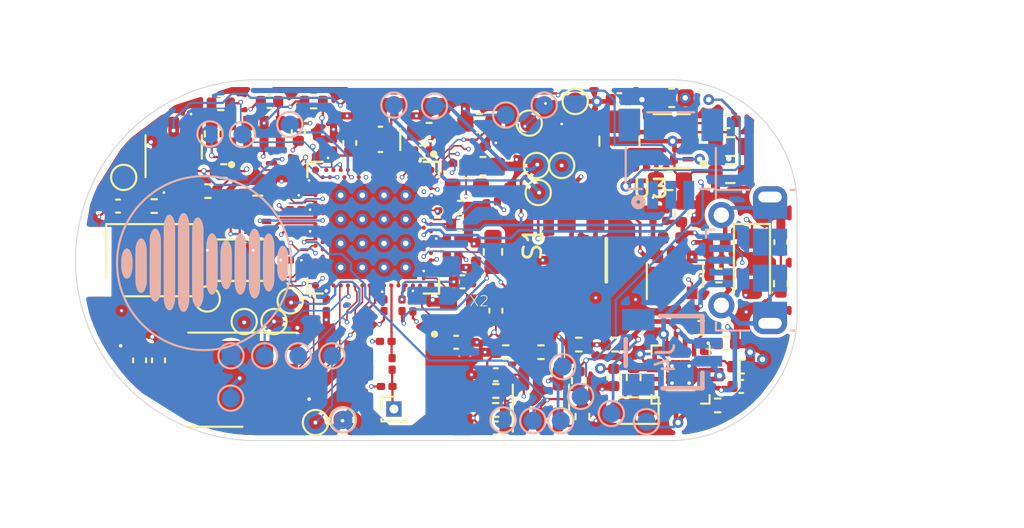
<source format=kicad_pcb>
(kicad_pcb (version 20221018) (generator pcbnew)
  (layers (0 "F.Cu" signal "Top") (1 "In1.Cu" signal) (2 "In2.Cu" signal) (31 "B.Cu" signal "Bottom") (34 "B.Paste" user) (35 "F.Paste" user) (36 "B.SilkS" user "B.Silkscreen") (37 "F.SilkS" user "F.Silkscreen") (38 "B.Mask" user) (39 "F.Mask" user) (44 "Edge.Cuts" user))
  (net 0 "")
  (net 1 "GND")
  (net 2 "VCC")
  (net 3 "/SWDIO")
  (net 4 "/SWDCLK")
  (net 5 "+BATT")
  (net 6 "/MEM_IO3")
  (net 7 "/MEM_CLK")
  (net 8 "/MEM_DI")
  (net 9 "/MEM_CS")
  (net 10 "/MEM_DO")
  (net 11 "/MEM_IO2")
  (net 12 "Net-(U7B-XC2)")
  (net 13 "Net-(U7B-XC1)")
  (net 14 "/LED_BLUE")
  (net 15 "/LED_RED")
  (net 16 "/LED_GREEN")
  (net 17 "V_charger")
  (net 18 "VBAT_LEVEL")
  (net 19 "MCU_POWER_LATCH")
  (net 20 "Net-(MK1-VDD)")
  (net 21 "Net-(J1-Pin_1)")
  (net 22 "/Power/FF_Q")
  (net 23 "FF_CLK")
  (net 24 "Net-(D3-K)")
  (net 25 "Net-(D3-A)")
  (net 26 "Net-(U3-L2)")
  (net 27 "Net-(U3-L1)")
  (net 28 "/I2C_SDA")
  (net 29 "/I2C_SCL")
  (net 30 "Net-(L3-Pad1)")
  (net 31 "/RTC_CLKOUT")
  (net 32 "Net-(L4-Pad1)")
  (net 33 "VSS")
  (net 34 "/Power/FF_D")
  (net 35 "Net-(U4-ISET)")
  (net 36 "Net-(U4-TS)")
  (net 37 "Net-(U4-ILIM)")
  (net 38 "Net-(U5-~{INT})")
  (net 39 "Net-(U3-PG)")
  (net 40 "Net-(U3-FB)")
  (net 44 "Net-(U7C-P0.00{slash}XL1)")
  (net 45 "Net-(U7C-P0.01{slash}XL2)")
  (net 46 "/ANTENNA")
  (net 47 "/PDM_CLK")
  (net 48 "/PDM_DATA")
  (net 49 "/BUTTON_INPUT")
  (net 50 "Net-(D4-BK)")
  (net 51 "Net-(D4-GK)")
  (net 52 "Net-(D4-RK)")
  (net 61 "/USB_N")
  (net 63 "/USB_P")
  (net 72 "unconnected-(U7C-P0.02{slash}NFC1-PadW1)")
  (net 74 "unconnected-(U7C-P0.03{slash}NFC2-PadAA1)")
  (net 78 "/N_RESET")
  (net 82 "unconnected-(U7C-P0.14{slash}IO[1]-PadAK8)")
  (net 88 "unconnected-(U7D-P1.06-PadAL21)")
  (net 93 "Net-(U7A-DECR)")
  (net 94 "Net-(U7A-DECD)")
  (net 95 "Net-(U7A-DCCH)")
  (net 96 "Net-(U7A-DECUSB)")
  (net 97 "Net-(U7A-VBUS)")
  (net 98 "Net-(U7A-DECA)")
  (net 99 "Net-(U7A-DECN)")
  (net 100 "Net-(U7A-DCC)")
  (net 101 "Net-(U7A-DCCD)")
  (net 103 "Net-(J3-VBUS)")
  (net 104 "Net-(J3-Shield)")
  (net 106 "/BUTTON_INPUT_MCU")
  (net 107 "VREG_EN")
  (net 108 "/DBG_TX")
  (net 109 "/DBG_RX")
  (net 110 "Net-(J3-GND)")
  (net 111 "/RTC_INT_N")
  (footprint "Capacitor_SMD:C_0402_1005Metric" (layer "F.Cu") (at 118.55 104.55 90)
    (fp_text reference "C17" hide)
    (fp_text value "1uF")
  )
  (footprint "Capacitor_SMD:C_0402_1005Metric" (layer "F.Cu") (at 119.6 104.55 90)
    (fp_text reference "C18" hide)
    (fp_text value "100nF")
  )
  (footprint "_other:VQFN-16-1EP_3x3mm_P0.5mm_EP1.45x1.45mm_ThermalVias" (layer "F.Cu") (at 148.54 105.34 -90)
    (fp_text reference "U4" hide)
    (fp_text value "BQ24078RGTR")
  )
  (footprint "Resistor_SMD:R_0402_1005Metric" (layer "F.Cu") (at 151.9 104.9 180)
    (fp_text reference "R6" hide)
    (fp_text value "1.13K")
  )
  (footprint "Capacitor_SMD:C_0402_1005Metric" (layer "F.Cu") (at 151.08 103.63 180)
    (fp_text reference "C20" hide)
    (fp_text value "4.7uF")
  )
  (footprint "Resistor_SMD:R_0402_1005Metric" (layer "F.Cu") (at 145.94 105.5 -90)
    (fp_text reference "R9" hide)
    (fp_text value "1K")
  )
  (footprint "Resistor_SMD:R_0402_1005Metric" (layer "F.Cu") (at 142.9 103.68 180)
    (fp_text reference "R11" hide)
    (fp_text value "1M")
  )
  (footprint "Resistor_SMD:R_0402_1005Metric" (layer "F.Cu") (at 149.68 102.75)
    (fp_text reference "R7" hide)
    (fp_text value "10K")
  )
  (footprint "Resistor_SMD:R_0402_1005Metric" (layer "F.Cu") (at 144.91 103.68 180)
    (fp_text reference "R10" hide)
    (fp_text value "1M")
  )
  (footprint "LED_SMD:LED_0603_1608Metric" (layer "F.Cu") (at 145.84 107.34 180)
    (fp_text reference "D3" hide)
    (fp_text value "LED")
  )
  (footprint "Capacitor_SMD:C_0402_1005Metric" (layer "F.Cu") (at 151.9 106 180)
    (fp_text reference "C19" hide)
    (fp_text value "1uF")
  )
  (footprint "Resistor_SMD:R_0402_1005Metric" (layer "F.Cu") (at 150.6 107.05)
    (fp_text reference "R8" hide)
    (fp_text value "1.18K")
  )
  (footprint "Resistor_SMD:R_0402_1005Metric" (layer "F.Cu") (at 151.1 91.3 180)
    (fp_text reference "R14" hide)
    (fp_text value "100k")
  )
  (footprint "Resistor_SMD:R_0402_1005Metric" (layer "F.Cu") (at 154.1 100.3 -90)
    (fp_text reference "R1" hide)
    (fp_text value "100K")
  )
  (footprint "Capacitor_SMD:C_0402_1005Metric" (layer "F.Cu") (at 136.45 100.2)
    (fp_text reference "C38" hide)
    (fp_text value "1u")
  )
  (footprint "Capacitor_SMD:C_0402_1005Metric" (layer "F.Cu") (at 138.3 101.8 -90)
    (fp_text reference "C10" hide)
    (fp_text value "10pF")
  )
  (footprint "TestPoint:TestPoint_Pad_D1.0mm" (layer "F.Cu") (at 126 102.4)
    (fp_text reference "TP20" hide)
    (fp_text value "TestPoint")
  )
  (footprint "Inductor_SMD:L_0603_1608Metric" (layer "F.Cu") (at 136.6875 94.95 180)
    (fp_text reference "L4" hide)
    (fp_text value "10uH")
  )
  (footprint "TestPoint:TestPoint_Pad_D1.0mm" (layer "F.Cu") (at 124.35 102.4)
    (fp_text reference "TP29" hide)
    (fp_text value "TestPoint")
  )
  (footprint "Capacitor_SMD:C_0201_0603Metric" (layer "F.Cu") (at 130.8 91)
    (fp_text reference "C12" hide)
    (fp_text value "10pF")
  )
  (footprint "Resistor_SMD:R_0402_1005Metric" (layer "F.Cu") (at 122.55 92 -90)
    (fp_text reference "R2" hide)
    (fp_text value "4.7k")
  )
  (footprint "nRF52832_qfaa:MountingHole_1mm" (layer "F.Cu") (at 115.96 99.11)
    (fp_text reference "H2" hide)
    (fp_text value "MountingHole")
  )
  (footprint "_other:IC_RV-4162-C7" (layer "F.Cu") (at 125 92 90)
    (fp_text reference "U5" hide)
    (fp_text value "RV-4162-C7")
  )
  (footprint "Capacitor_SMD:C_0201_0603Metric" (layer "F.Cu") (at 127.2 99 180)
    (fp_text reference "C33" hide)
    (fp_text value "100n")
  )
  (footprint "Capacitor_SMD:C_0201_0603Metric" (layer "F.Cu") (at 133.7 101.52 -90)
    (fp_text reference "C36" hide)
    (fp_text value "N.C")
  )
  (footprint "Resistor_SMD:R_0402_1005Metric" (layer "F.Cu") (at 122.34 95.17 180)
    (fp_text reference "R24" hide)
    (fp_text value "100K")
  )
  (footprint "Capacitor_SMD:C_0201_0603Metric" (layer "F.Cu") (at 135.9 99.4)
    (fp_text reference "C39(NP0)1" hide)
    (fp_text value "100pF")
  )
  (footprint "Capacitor_SMD:C_0402_1005Metric" (layer "F.Cu") (at 154.1 98 90)
    (fp_text reference "C3" hide)
    (fp_text value "100nF")
  )
  (footprint "Crystal:Crystal_SMD_MicroCrystal_CM9V-T1A-2Pin_1.6x1.0mm" (layer "F.Cu") (at 131.9 92.3 180)
    (fp_text reference "X1" hide)
    (fp_text value "32.768kHz")
  )
  (footprint "Capacitor_SMD:C_0402_1005Metric" (layer "F.Cu") (at 138.3 108.3 180)
    (fp_text reference "C27" hide)
    (fp_text value "100nF")
  )
  (footprint "Resistor_SMD:R_0402_1005Metric" (layer "F.Cu") (at 150.66 99.85 180)
    (fp_text reference "R22" hide)
    (fp_text value "4.7k")
  )
  (footprint "Inductor_SMD:L_0201_0603Metric" (layer "F.Cu") (at 133.1 101.5 -90)
    (fp_text reference "L5" hide)
    (fp_text value "15nH")
  )
  (footprint "Capacitor_SMD:C_0201_0603Metric" (layer "F.Cu") (at 139.05 103.2 180)
    (fp_text reference "C4" hide)
    (fp_text value "100n")
  )
  (footprint "TestPoint:TestPoint_Pad_D1.0mm" (layer "F.Cu") (at 129.8 107.85)
    (fp_text reference "TP21" hide)
    (fp_text value "TestPoint")
  )
  (footprint "Capacitor_SMD:C_0402_1005Metric" (layer "F.Cu") (at 148.59 96.4 90)
    (fp_text reference "C6" hide)
    (fp_text value "1u")
  )
  (footprint "Capacitor_SMD:C_0201_0603Metric" (layer "F.Cu") (at 147.01 96.49 90)
    (fp_text reference "C7" hide)
    (fp_text value "100n")
  )
  (footprint "Capacitor_SMD:C_0402_1005Metric" (layer "F.Cu") (at 125.75 90.2 180)
    (fp_text reference "C24" hide)
    (fp_text value "1uF")
  )
  (footprint "Resistor_SMD:R_0402_1005Metric" (layer "F.Cu") (at 138.85 104.1 180)
    (fp_text reference "R21" hide)
    (fp_text value "1.6K")
  )
  (footprint "Resistor_SMD:R_0402_1005Metric" (layer "F.Cu") (at 123.05 90.3)
    (fp_text reference "R4" hide)
    (fp_text value "4.7k")
  )
  (footprint "Capacitor_SMD:C_0402_1005Metric" (layer "F.Cu") (at 145.15 90.1 180)
    (fp_text reference "C23" hide)
    (fp_text value "10uF")
  )
  (footprint "TestPoint:TestPoint_Pad_D1.0mm" (layer "F.Cu") (at 122.3 101.15 90)
    (fp_text reference "TP9" hide)
    (fp_text value "TestPoint")
  )
  (footprint "Resistor_SMD:R_0402_1005Metric" (layer "F.Cu") (at 142.9 105.68 -90)
    (fp_text reference "R17" hide)
    (fp_text value "1.6K")
  )
  (footprint "Capacitor_SMD:C_0201_0603Metric" (layer "F.Cu") (at 133 91 180)
    (fp_text reference "C11" hide)
    (fp_text value "10pF")
  )
  (footprint "Capacitor_SMD:C_0201_0603Metric" (layer "F.Cu") (at 147.72 96.5 90)
    (fp_text reference "C5" hide)
    (fp_text value "100n")
  )
  (footprint "Resistor_SMD:R_0402_1005Metric" (layer "F.Cu") (at 119.36 96)
    (fp_text reference "R3" hide)
    (fp_text value "330")
  )
  (footprint "Package_TO_SOT_SMD:SOT-23" (layer "F.Cu") (at 120.44 92.7225 90)
    (fp_text reference "Q1" hide)
    (fp_text value "PMOS")
  )
  (footprint "Package_TO_SOT_SMD:SOT-23-5" (layer "F.Cu") (at 140.8 106.7 90)
    (fp_text reference "U6" hide)
    (fp_text value "SN74LVC1G79DBVT")
  )
  (footprint "Capacitor_SMD:C_0201_0603Metric" (layer "F.Cu") (at 128.9 101.5 -90)
    (fp_text reference "C30" hide)
    (fp_text value "100n")
  )
  (footprint "TestPoint:TestPoint_Pad_D1.0mm" (layer "F.Cu") (at 126.9 101.25)
    (fp_text reference "TP15" hide)
    (fp_text value "TestPoint")
  )
  (footprint "Capacitor_SMD:C_0201_0603Metric" (layer "F.Cu") (at 129.3 92.6 90)
    (fp_text reference "C32" hide)
    (fp_text value "100n")
  )
  (footprint "Inductor_SMD:L_0402_1005Metric" (layer "F.Cu") (at 150.53 98)
    (fp_text reference "FB2" hide)
    (fp_text value "FerriteBead")
  )
  (footprint "Inductor_SMD:L_1008_2520Metric" (layer "F.Cu") (at 145.15 92.4 -90)
    (fp_text reference "L1" hide)
    (fp_text value "0.47uH")
  )
  (footprint "Capacitor_SMD:C_0603_1608Metric" (layer "F.Cu") (at 137.39 91.4 180)
    (fp_text reference "C43" hide)
    (fp_text value "4.7u")
  )
  (footprint "nRF52832_qfaa:MountingHole_1mm" (layer "F.Cu") (at 153.4 93.74)
    (fp_text reference "H1" hide)
    (fp_text value "MountingHole")
  )
  (footprint "Resistor_SMD:R_0603_1608Metric" (layer "F.Cu") (at 151.3 92.7 180)
    (fp_text reference "R15" hide)
    (fp_text value "255k")
  )
  (footprint "Capacitor_SMD:C_0201_0603Metric" (layer "F.Cu") (at 132.1 101.5 -90)
    (fp_text reference "C31" hide)
    (fp_text value "100n")
  )
  (footprint "Capacitor_SMD:C_0402_1005Metric" (layer "F.Cu") (at 127.35 91.9 -90)
    (fp_text reference "C25" hide)
    (fp_text value "100nF")
  )
  (footprint "Capacitor_SMD:C_0201_0603Metric" (layer "F.Cu") (at 132.2 103.5 180)
    (fp_text reference "C47" hide)
    (fp_text value "0.7pF")
  )
  (footprint "TestPoint:TestPoint_Pad_D1.0mm" (layer "F.Cu") (at 142.7 90.2)
    (fp_text reference "TP19" hide)
    (fp_text value "TestPoint")
  )
  (footprint "Resistor_SMD:R_Array_Convex_4x0402" (layer "F.Cu") (at 125.1 96.6 180)
    (fp_text reference "RN3" hide)
    (fp_text value "R_Pack04")
  )
  (footprint "Capacitor_SMD:C_0402_1005Metric" (layer "F.Cu") (at 130.2 92.5 90)
    (fp_text reference "C39" hide)
    (fp_text value "1u")
  )
  (footprint "Capacitor_SMD:C_0603_1608Metric" (layer "F.Cu") (at 148.05 90)
    (fp_text reference "C2" hide)
    (fp_text value "22uF")
  )
  (footprint "Capacitor_SMD:C_0603_1608Metric" (layer "F.Cu") (at 147.95 94.6)
    (fp_text reference "C1" hide)
    (fp_text value "22uF")
  )
  (footprint "TestPoint:TestPoint_Pad_D1.0mm" (layer "F.Cu") (at 117.67 94.41 90)
    (fp_text reference "TP10" hide)
    (fp_text value "TestPoint")
  )
  (footprint "Resistor_SMD:R_0402_1005Metric" (layer "F.Cu") (at 138.3 106.25 180)
    (fp_text reference "R5" hide)
    (fp_text value "1.6K")
  )
  (footprint "Capacitor_SMD:C_0201_0603Metric" (layer "F.Cu") (at 132.25 106 180)
    (fp_text reference "C46" hide)
    (fp_text value "DNP")
  )
  (footprint "Capacitor_SMD:C_0402_1005Metric" (layer "F.Cu") (at 144.84 105.5 -90)
    (fp_text reference "C21" hide)
    (fp_text value "4.7uF")
  )
  (footprint "Resistor_SMD:R_0603_1608Metric" (layer "F.Cu") (at 151.3 94.2 180)
    (fp_text reference "R16" hide)
    (fp_text value "91k")
  )
  (footprint "Inductor_SMD:L_0201_0603Metric" (layer "F.Cu") (at 138.39 95.42 90)
    (fp_text reference "L6" hide)
    (fp_text value "15nH")
  )
  (footprint "Capacitor_SMD:C_0603_1608Metric" (layer "F.Cu") (at 137.585 93.79)
    (fp_text reference "C42" hide)
    (fp_text value "4.7u")
  )
  (footprint "TestPoint:TestPoint_Pad_D1.0mm" (layer "F.Cu") (at 140.65 95.25 90)
    (fp_text reference "TP6" hide)
    (fp_text value "TestPoint")
  )
  (footprint "Capacitor_SMD:C_0402_1005Metric" (layer "F.Cu") (at 134.2 93)
    (fp_text reference "C37" hide)
    (fp_text value "1u")
  )
  (footprint "Inductor_SMD:L_0201_0603Metric" (layer "F.Cu") (at 132.55 104.75 -90)
    (fp_text reference "L7" hide)
    (fp_text value "2.2nH")
  )
  (footprint "TestPoint:TestPoint_Pad_D1.0mm" (layer "F.Cu") (at 140.55 93.75 90)
    (fp_text reference "TP7" hide)
    (fp_text value "TestPoint")
  )
  (footprint "_other:SW_KMR221GLFS" (layer "F.Cu") (at 143.025 99 90)
    (fp_text reference "S1")
    (fp_text value "KMR221GLFS")
  )
  (footprint "Capacitor_SMD:C_0402_1005Metric" (layer "F.Cu") (at 136.3 97)
    (fp_text reference "C40" hide)
    (fp_text value "1u")
  )
  (footprint "Capacitor_SMD:C_0201_0603Metric" (layer "F.Cu") (at 150.49 98.92 180)
    (fp_text reference "C8" hide)
    (fp_text value "100n")
  )
  (footprint "TestPoint:TestPoint_Pad_D1.0mm" (layer "F.Cu") (at 141.95 93.75 90)
    (fp_text reference "TP8" hide)
    (fp_text value "TestPoint")
  )
  (footprint "Capacitor_SMD:C_0402_1005Metric" (layer "F.Cu") (at 136.1 103.55)
    (fp_text reference "C13" hide)
    (fp_text value "10pF")
  )
  (footprint "Capacitor_SMD:C_0201_0603Metric" (layer "F.Cu") (at 127.2 97.4 180)
    (fp_text reference "C34" hide)
    (fp_text value "100n")
  )
  (footprint "Capacitor_SMD:C_0201_0603Metric" (layer "F.Cu") (at 135.9 97.8)
    (fp_text reference "C29" hide)
    (fp_text value "100n")
  )
  (footprint "Diode_SMD:D_SOD-123F" (layer "F.Cu") (at 152.5 99.2 -90)
    (fp_text reference "D5" hide)
    (fp_text value "D_Schottky")
  )
  (footprint "Capacitor_SMD:C_0201_0603Metric" (layer "F.Cu") (at 135.9 98.7)
    (fp_text reference "C45" hide)
    (fp_text value "100n")
  )
  (footprint "Resistor_SMD:R_0201_0603Metric" (layer "F.Cu") (at 139.37 92.77 180)
    (fp_text reference "R20" hide)
    (fp_text value "4.7")
  )
  (footprint "_other:VREG_TPS63802DLAR" (layer "F.Cu") (at 148.05 92.4 180)
    (fp_text reference "U3")
    (fp_text value "TPS63802DLAR")
  )
  (footprint "Capacitor_SMD:C_0402_1005Metric" (layer "F.Cu") (at 138.3 105.35 180)
    (fp_text reference "C26" hide)
    (fp_text value "1uF")
  )
  (footprint "nRF52832_qfaa:BT-XTAL_2016_N" (layer "F.Cu") (at 136.4 101.9)
    (fp_text reference "X2")
    (fp_text value "32MHz")
  )
  (footprint "nRF52832_qfaa:LED_Cree-PLCC4_2x2mm_CW" (layer "F.Cu") (at 124.1 99)
    (fp_text reference "D4" hide)
    (fp_text value "ASMB-LTC2-0A335")
  )
  (footprint "Inductor_SMD:L_0402_1005Metric" (layer "F.Cu") (at 148.76 101.79)
    (fp_text reference "FB3" hide)
    (fp_text value "FerriteBead")
  )
  (footprint "Inductor_SMD:L_0402_1005Metric" (layer "F.Cu") (at 148.06 97.77 180)
    (fp_text reference "FB1" hide)
    (fp_text value "FerriteBead")
  )
  (footprint "Capacitor_SMD:C_0402_1005Metric" (layer "F.Cu") (at 136.3 96.07)
    (fp_text reference "C44" hide)
    (fp_text value "1u")
  )
  (footprint "Capacitor_SMD:C_0201_0603Metric" (layer "F.Cu") (at 127.2 96.2 180)
    (fp_text reference "C35" hide)
    (fp_text value "100n")
  )
  (footprint "Sensor_Audio:ST_HLGA-6_3.76x4.72mm_P1.65mm" (layer "F.Cu") (at 119.2 99 90)
    (fp_text reference "MK1" hide)
    (fp_text value "CMM-4737DT")
  )
  (footprint "TestPoint:TestPoint_Pad_D1.0mm" (layer "F.Cu") (at 128.3 108)
    (fp_text reference "TP17" hide)
    (fp_text value "TestPoint")
  )
  (footprint "Resistor_SMD:R_0402_1005Metric" (layer "F.Cu") (at 140.8 104.1)
    (fp_text reference "R13" hide)
    (fp_text value "1K")
  )
  (footprint "nRF52832_qfaa:WSON-8-1EP_6x5mm_P1.27mm_EP3.4x4.3mm" (layer "F.Cu") (at 124.25 105.625 180)
    (fp_text reference "U2" hide)
    (fp_text value "W25Q128JWPIQ")
  )
  (footprint "Capacitor_SMD:C_0201_0603Metric" (layer "F.Cu") (at 127.21 94.48 180)
    (fp_text reference "C28" hide)
    (fp_text value "100n")
  )
  (footprint "Inductor_SMD:L_0603_1608Metric" (layer "F.Cu") (at 138.14 98.54 90)
    (fp_text reference "L3" hide)
    (fp_text value "10uH")
  )
  (footprint "Connector_PinHeader_1.00mm:PinHeader_1x01_P1.00mm_Vertical" (layer "F.Cu") (at 132.65 107.25)
    (fp_text reference "J1" hide)
    (fp_text value "Conn_01x01_Female")
  )
  (footprint "Resistor_SMD:R_0402_1005Metric" (layer "F.Cu") (at 138.29 107.3 180)
    (fp_text reference "R18" hide)
    (fp_text value "100K")
  )
  (footprint "TestPoint:TestPoint_Pad_D1.0mm" (layer "F.Cu") (at 140.15 91.4)
    (fp_text reference "TP26" hide)
    (fp_text value "TestPoint")
  )
  (footprint "_other:XCVR_NRF5340-QKAA-R7" (layer "F.Cu") (at 131.5 97.2 -90)
    (fp_text reference "U7" hide)
    (fp_text value "NRF5340-QKAA-R7")
  )
  (footprint "Resistor_SMD:R_0402_1005Metric" (layer "F.Cu") (at 143.1 107.67 -90)
    (fp_text reference "R19" hide)
    (fp_text value "100K")
  )
  (footprint "Resistor_SMD:R_0402_1005Metric" (layer "F.Cu") (at 128.2 90.2 180)
    (fp_text reference "R12" hide)
    (fp_text value "330")
  )
  (footprint "Capacitor_SMD:C_0402_1005Metric" (layer "F.Cu") (at 117.35 96 180)
    (fp_text reference "C15" hide)
    (fp_text value "100nF")
  )
  (footprint "Capacitor_SMD:C_0603_1608Metric" (layer "F.Cu") (at 134.6 91.9 180)
    (fp_text reference "C41" hide)
    (fp_text value "2.2u")
  )
  (footprint "Package_TO_SOT_SMD:SOT-143" (layer "F.Cu") (at 148.23 99.81 90)
    (fp_text reference "D1" hide)
    (fp_text value "PRTR5V0U2X")
  )
  (footprint "Resistor_SMD:R_0402_1005Metric" (layer "F.Cu") (at 123.22 94.06 180)
    (fp_text reference "R23" hide)
    (fp_text value "1M")
  )
  (footprint "TestPoint:TestPoint_Pad_D1.0mm" (layer "B.Cu") (at 138.7 107.85)
    (fp_text reference "TP12" hide)
    (fp_text value "TestPoint")
  )
  (footprint "TestPoint:TestPoint_Pad_D1.0mm" (layer "B.Cu") (at 142 104.9 180)
    (fp_text reference "TP4" hide)
    (fp_text value "gnd")
  )
  (footprint "TestPoint:TestPoint_Pad_D1.0mm" (layer "B.Cu") (at 141.9 107.9)
    (fp_text reference "TP14" hide)
    (fp_text value "TestPoint")
  )
  (footprint "TestPoint:TestPoint_Pad_D1.0mm" (layer "B.Cu") (at 123.6 106.65 180)
    (fp_text reference "TP23" hide)
    (fp_text value "TestPoint")
  )
  (footprint "TestPoint:TestPoint_Pad_D1.0mm" (layer "B.Cu") (at 140.98 90.4 180)
    (fp_text reference "TP2" hide)
    (fp_text value "chg")
  )
  (footprint "Connector_USB:USB_Micro-B_Molex-105017-0001" (layer "B.Cu") (at 152.2625 99 -90)
    (fp_text reference "J3" hide)
    (fp_text value "USB_B_Micro")
  )
  (footprint "TestPoint:TestPoint_Pad_D1.0mm" (layer "B.Cu") (at 132.65 90.4 180)
    (fp_text reference "TP31" hide)
    (fp_text value "TestPoint")
  )
  (footprint "TestPoint:TestPoint_Pad_D1.0mm" (layer "B.Cu") (at 127.35 104.3 180)
    (fp_text reference "TP1" hide)
    (fp_text value "TestPoint")
  )
  (footprint "TestPoint:TestPoint_Pad_D1.0mm" (layer "B.Cu") (at 138.85 90.95 180)
    (fp_text reference "TP28" hide)
    (fp_text value "TestPoint")
  )
  (footprint "TestPoint:TestPoint_Pad_D1.0mm" (layer "B.Cu") (at 123.616668 104.3 180)
    (fp_text reference "TP22" hide)
    (fp_text value "TestPoint")
  )
  (footprint "TestPoint:TestPoint_Pad_D1.0mm" (layer "B.Cu") (at 129.216668 104.3 180)
    (fp_text reference "TP3" hide)
    (fp_text value "TestPoint")
  )
  (footprint "_other:JST_SM03B-SRSS-TB_LF__SN_" (layer "B.Cu") (at 148 95.375)
    (fp_text reference "J5" hide)
    (fp_text value "Conn_01x03_Socket")
  )
  (footprint "TestPoint:TestPoint_Pad_D1.0mm" (layer "B.Cu") (at 125.483334 104.3 180)
    (fp_text reference "TP11" hide)
    (fp_text value "TestPoint")
  )
  (footprint "_other:df_symbol" (layer "B.Cu") (at 122.17 99.21 180)
    (fp_text reference "G***" hide)
    (fp_text value "LOGO" hide)
  )
  (footprint "TestPoint:TestPoint_Pad_D1.0mm" (layer "B.Cu") (at 126.88 91.48 180)
    (fp_text reference "TP32" hide)
    (fp_text value "TestPoint")
  )
  (footprint "TestPoint:TestPoint_Pad_D1.0mm" (layer "B.Cu") (at 140.35 107.9)
    (fp_text reference "TP13" hide)
    (fp_text value "TestPoint")
  )
  (footprint "TestPoint:TestPoint_Pad_D1.0mm" (layer "B.Cu") (at 146.65 107.95 180)
    (fp_text reference "TP24" hide)
    (fp_text value "TestPoint")
  )
  (footprint "TestPoint:TestPoint_Pad_D1.0mm" (layer "B.Cu") (at 124.25 92.03 90)
    (fp_text reference "TP5" hide)
    (fp_text value "TestPoint")
  )
  (footprint "TestPoint:TestPoint_Pad_D1.0mm" (layer "B.Cu") (at 143 106.55 180)
    (fp_text reference "TP16" hide)
    (fp_text value "TestPoint")
  )
  (footprint "TestPoint:TestPoint_Pad_D1.0mm" (layer "B.Cu") (at 129.85 107.85 180)
    (fp_text reference "TP25" hide)
    (fp_text value "TestPoint")
  )
  (footprint "_other:SM02B-SRSS-TB_LF__SN_" (layer "B.Cu") (at 148.1 104.1 90)
    (fp_text reference "J4")
    (fp_text value "Conn_01x02_Socket")
  )
  (footprint "TestPoint:TestPoint_Pad_D1.0mm" (layer "B.Cu") (at 144.7 107.5 180)
    (fp_text reference "TP27" hide)
    (fp_text value "TestPoint")
  )
  (footprint "TestPoint:TestPoint_Pad_D1.0mm" (layer "B.Cu") (at 122.455322 92 180)
    (fp_text reference "TP18" hide)
    (fp_text value "TestPoint")
  )
  (footprint "TestPoint:TestPoint_Pad_D1.0mm" (layer "B.Cu") (at 134.9 90.45 180)
    (fp_text reference "TP30" hide)
    (fp_text value "TestPoint")
  )
  (gr_circle (center 122.125024 99.16) (end 126.525024 101.14) (stroke (width 0.12)) (fill none) (layer "B.SilkS"))
  (gr_line (start 148 89) (end 125 89) (stroke (width 0.05)) (layer "Edge.Cuts"))
  (gr_line (start 125 109) (end 148 109) (stroke (width 0.05)) (layer "Edge.Cuts"))
  (gr_arc (start 148 89) (mid 152.949748 91.050252) (end 155 96) (stroke (width 0.05)) (layer "Edge.Cuts"))
  (gr_arc (start 125 109) (mid 115 99) (end 125 89) (stroke (width 0.05)) (layer "Edge.Cuts"))
  (gr_arc (start 155 102) (mid 152.949748 106.949748) (end 148 109) (stroke (width 0.05)) (layer "Edge.Cuts"))
  (gr_line (start 155 96) (end 155 102) (stroke (width 0.05)) (layer "Edge.Cuts"))
  (segment (start 153.74 100.81) (end 153 101.55) (width 0.127) (layer "F.Cu") (net 1))
  (segment (start 137.05 107.7) (end 137.05 107.75) (width 0.127) (layer "F.Cu") (net 1))
  (segment (start 149.17 102.75) (end 149.09 102.75) (width 0.254) (layer "F.Cu") (net 1))
  (segment (start 149.67 99.88) (end 149.68 99.85) (width 0.254) (layer "F.Cu") (net 1))
  (segment (start 150.045 98) (end 150.033 98.012) (width 0.254) (layer "F.Cu") (net 1))
  (segment (start 127.35 92.38) (end 127.35 92.55) (width 0.127) (layer "F.Cu") (net 1))
  (segment (start 148.725 94.6) (end 148.725 95.785) (width 0.127) (layer "F.Cu") (net 1))
  (segment (start 143.1 108.18) (end 142.0925 108.18) (width 0.127) (layer "F.Cu") (net 1))
  (segment (start 139.08 93.79) (end 138.36 93.79) (width 0.127) (layer "F.Cu") (net 1))
  (segment (start 116.3 96.6) (end 116.35 96.55) (width 0.127) (layer "F.Cu") (net 1))
  (segment (start 147.48 95.61) (end 147.27 95.61) (width 0.254) (layer "F.Cu") (net 1))
  (segment (start 119.49 93.66) (end 119.49 92.83) (width 0.127) (layer "F.Cu") (net 1))
  (segment (start 133.32 91) (end 133.9 91) (width 0.127) (layer "F.Cu") (net 1))
  (segment (start 141.6 99) (end 140.9 99) (width 0.254) (layer "F.Cu") (net 1))
  (segment (start 136.22 98.7) (end 136.37 98.7) (width 0.127) (layer "F.Cu") (net 1))
  (segment (start 150.27 95.14) (end 150.475 94.935) (width 0.127) (layer "F.Cu") (net 1))
  (segment (start 137.65 103.55) (end 138.2 103) (width 0.127) (layer "F.Cu") (net 1))
  (segment (start 140.625 99) (end 137.9 96.275) (width 0.254) (layer "F.Cu") (net 1))
  (segment (start 152.38 106) (end 152.38 106.32) (width 0.254) (layer "F.Cu") (net 1))
  (segment (start 150.8 105.4) (end 150.9 105.5) (width 0.254) (layer "F.Cu") (net 1))
  (segment (start 136.99 98.09) (end 136.7 97.8) (width 0.127) (layer "F.Cu") (net 1))
  (segment (start 134.925 101.325) (end 134.8 101.2) (width 0.09) (layer "F.Cu") (net 1))
  (segment (start 136.615 91.4) (end 136.615 90.665) (width 0.09) (layer "F.Cu") (net 1))
  (segment (start 152.41 104.01) (end 152.41 104.09) (width 0.254) (layer "F.Cu") (net 1))
  (segment (start 138.4 103.2) (end 138.2 103) (width 0.127) (layer "F.Cu") (net 1))
  (segment (start 150.033 98.012) (end 149.338 98.012) (width 0.254) (layer "F.Cu") (net 1))
  (segment (start 150.15 99.85) (end 149.7 99.85) (width 0.254) (layer "F.Cu") (net 1))
  (segment (start 136.7 97.8) (end 136.22 97.8) (width 0.127) (layer "F.Cu") (net 1))
  (segment (start 129.3 92.38) (end 129.3 91.75) (width 0.127) (layer "F.Cu") (net 1))
  (segment (start 142.0925 108.18) (end 141.75 107.8375) (width 0.127) (layer "F.Cu") (net 1))
  (segment (start 136.93 99.68) (end 136.65 99.4) (width 0.127) (layer "F.Cu") (net 1))
  (segment (start 119.6 104.07) (end 119.6 103.65) (width 0.127) (layer "F.Cu") (net 1))
  (segment (start 149.25 98.04) (end 149.282 98.012) (width 0.254) (layer "F.Cu") (net 1))
  (segment (start 144.57 90.2) (end 144.67 90.1) (width 0.254) (layer "F.Cu") (net 1))
  (segment (start 152.4 104.1) (end 152.41 104.11) (width 0.254) (layer "F.Cu") (net 1))
  (segment (start 152.18 101.87) (end 152.15 101.87) (width 0.127) (layer "F.Cu") (net 1))
  (segment (start 135.0355 96.2355) (end 135.06 96.26) (width 0.09) (layer "F.Cu") (net 1))
  (segment (start 150.5 105.1) (end 150.8 105.1) (width 0.254) (layer "F.Cu") (net 1))
  (segment (start 137.55 108.3) (end 137 107.75) (width 0.127) (layer "F.Cu") (net 1))
  (segment (start 119.2 100.17) (end 119.2 101.05) (width 0.127) (layer "F.Cu") (net 1))
  (segment (start 148.725 95.785) (end 148.59 95.92) (width 0.127) (layer "F.Cu") (net 1))
  (segment (start 147.72 96.18) (end 147.72 95.85) (width 0.254) (layer "F.Cu") (net 1))
  (segment (start 153 101.55) (end 152.55 101.55) (width 0.127) (layer "F.Cu") (net 1))
  (segment (start 152.38 106.32) (end 151.65 107.05) (width 0.254) (layer "F.Cu") (net 1))
  (segment (start 140.9 99) (end 140.625 99) (width 0.254) (layer "F.Cu") (net 1))
  (segment (start 133.3 94.165129) (end 133.3 94) (width 0.09) (layer "F.Cu") (net 1))
  (segment (start 150.045 98.795) (end 150.17 98.92) (width 0.254) (layer "F.Cu") (net 1))
  (segment (start 143.57 108.18) (end 143.85 107.9) (width 0.127) (layer "F.Cu") (net 1))
  (segment (start 149.09 102.75) (end 148.275 101.935) (width 0.254) (layer "F.Cu") (net 1))
  (segment (start 148.6 92.9) (end 148.2 92.9) (width 0.254) (layer "F.Cu") (net 1))
  (segment (start 126.95 103.72) (end 127.33 103.72) (width 0.254) (layer "F.Cu") (net 1))
  (segment (start 148.2 92.9) (end 148.2 92.5) (width 0.254) (layer "F.Cu") (net 1))
  (segment (start 120.85 100.17) (end 120.85 101.2) (width 0.127) (layer "F.Cu") (net 1))
  (segment (start 147.1025 106.09) (end 147.79 106.09) (width 0.2) (layer "F.Cu") (net 1))
  (segment (start 130.2 92.02) (end 129.57 92.02) (width 0.127) (layer "F.Cu") (net 1))
  (segment (start 119.18 92.45) (end 119.22 92.56) (width 0.127) (layer "F.Cu") (net 1))
  (segment (start 127.33 103.72) (end 127.55 103.5) (width 0.254) (layer "F.Cu") (net 1))
  (segment (start 118.55 103.45) (end 118.55 104.07) (width 0.127) (layer "F.Cu") (net 1))
  (segment (start 148.275 101.935) (end 148.275 101.79) (width 0.254) (layer "F.Cu") (net 1))
  (segment (start 150.475 94.935) (end 150.475 94.2) (width 0.127) (layer "F.Cu") (net 1))
  (segment (start 117.55 100.17) (end 117.55 101.8) (width 0.127) (layer "F.Cu") (net 1))
  (segment (start 119.25 103.3) (end 119.25 103.25) (width 0.127) (layer "F.Cu") (net 1))
  (segment (start 150.7 105.4) (end 150.8 105.4) (width 0.254) (layer "F.Cu") (net 1))
  (segment (start 138.73 103.2) (end 138.4 103.2) (width 0.127) (layer "F.Cu") (net 1))
  (segment (start 126.42 94.63) (end 126.77 94.6) (width 0.127) (layer "F.Cu") (net 1))
  (segment (start 152 102.05) (end 152.18 101.87) (width 0.127) (layer "F.Cu") (net 1))
  (segment (start 136.78 97.72) (end 136.78 97) (width 0.127) (layer "F.Cu") (net 1))
  (segment (start 133.1 94.4) (end 133.17 94.4) (width 0.09) (layer "F.Cu") (net 1))
  (segment (start 137.05 107.75) (end 137 107.75) (width 0.127) (layer "F.Cu") (net 1))
  (segment (start 118.35 101.8) (end 117.55 101.8) (width 0.127) (layer "F.Cu") (net 1))
  (segment (start 129.57 92.02) (end 129.3 91.75) (width 0.127) (layer "F.Cu") (net 1))
  (segment (start 136.75 97.75) (end 136.7 97.8) (width 0.127) (layer "F.Cu") (net 1))
  (segment (start 149.9775 105.59) (end 150.81 105.59) (width 0.254) (layer "F.Cu") (net 1))
  (segment (start 142.39 103.68) (end 142.23 103.68) (width 0.254) (layer "F.Cu") (net 1))
  (segment (start 153.790001 97.52) (end 152.05 95.779999) (width 0.127) (layer "F.Cu") (net 1))
  (segment (start 126.88 97.4) (end 126.58 97.4) (width 0.127) (layer "F.Cu") (net 1))
  (segment (start 119.18 92.52) (end 119.18 92.45) (width 0.127) (layer "F.Cu") (net 1))
  (segment (start 151.65 107.05) (end 151.11 107.05) (width 0.254) (layer "F.Cu") (net 1))
  (segment (start 133.3 99.2) (end 131.5 97.4) (width 0.127) (layer "F.Cu") (net 1))
  (segment (start 136.58 103.55) (end 137.25 103.55) (width 0.127) (layer "F.Cu") (net 1))
  (segment (start 132.1 101.82) (end 132.1 102.3) (width 0.127) (layer "F.Cu") (net 1))
  (segment (start 150.045 98) (end 150.045 98.795) (width 0.254) (layer "F.Cu") (net 1))
  (segment (start 152.55 101.55) (end 152.23 101.87) (width 0.127) (layer "F.Cu") (net 1))
  (segment (start 134.68 92.43) (end 134.65 92.4) (width 0.127) (layer "F.Cu") (net 1))
  (segment (start 138.105 102.475) (end 138.3 102.28) (width 0.09) (layer "F.Cu") (net 1))
  (segment (start 131.93 106) (end 131.4 106) (width 0.127) (layer "F.Cu") (net 1))
  (segment (start 125.45 92.6) (end 125.45 93.2) (width 0.127) (layer "F.Cu") (net 1))
  (segment (start 148.275 101.79) (end 147.74 101.79) (width 0.254) (layer "F.Cu") (net 1))
  (segment (start 133.17 94.4) (end 133.1925 94.3775) (width 0.09) (layer "F.Cu") (net 1))
  (segment (start 149.7 99.85) (end 149.67 99.88) (width 0.254) (layer "F.Cu") (net 1))
  (segment (start 137.25 103.55) (end 137.65 103.55) (width 0.127) (layer "F.Cu") (net 1))
  (segment (start 147.1025 104.59) (end 146.49 104.59) (width 0.127) (layer "F.Cu") (net 1))
  (segment (start 138.3 102.28) (end 138.3 102.9) (width 0.09) (layer "F.Cu") (net 1))
  (segment (start 137.82 108.3) (end 137.55 108.3) (width 0.127) (layer "F.Cu") (net 1))
  (segment (start 147.48 101.53) (end 147.48 100.81) (width 0.254) (layer "F.Cu") (net 1))
  (segment (start 132.9 98.8) (end 131.5 97.4) (width 0.127) (layer "F.Cu") (net 1))
  (segment (start 126.52 96.2) (end 126.28 95.96) (width 0.127) (layer "F.Cu") (net 1))
  (segment (start 137.625 96) (end 137.9 96.275) (width 0.127) (layer "F.Cu") (net 1))
  (segment (start 152 103.4) (end 151.9 103.5) (width 0.127) (layer "F.Cu") (net 1))
  (segment (start 125.45 93.2) (end 125.4 93.25) (width 0.127) (layer "F.Cu") (net 1))
  (segment (start 134.775 91.748632) (end 134.026368 91) (width 0.127) (layer "F.Cu") (net 1))
  (segment (start 119.2 103.25) (end 118.75 103.25) (width 0.127) (layer "F.Cu") (net 1))
  (segment (start 131.88 103.5) (end 131.45 103.5) (width 0.127) (layer "F.Cu") (net 1))
  (segment (start 134.3 99.2) (end 134.438966 99.2) (width 0.09) (layer "F.Cu") (net 1))
  (segment (start 134.3 96.4) (end 134.459099 96.4) (width 0.09) (layer "F.Cu") (net 1))
  (segment (start 152.38 104.93) (end 152.41 104.9) (width 0.254) (layer "F.Cu") (net 1))
  (segment (start 150.375 94.1) (end 149.225 94.1) (width 0.127) (layer "F.Cu") (net 1))
  (segment (start 143.9 90.2) (end 144.57 90.2) (width 0.254) (layer "F.Cu") (net 1))
  (segment (start 137.45 107.3) (end 137.05 107.7) (width 0.127) (layer "F.Cu") (net 1))
  (segment (start 120.85 101.2) (end 120.25 101.8) (width 0.127) (layer "F.Cu") (net 1))
  (segment (start 118.75 103.25) (end 118.55 103.45) (width 0.127) (layer "F.Cu") (net 1))
  (segment (start 134.3 99.2) (end 133.3 99.2) (width 0.127) (layer "F.Cu") (net 1))
  (segment (start 139.45 93.42) (end 139.08 93.79) (width 0.127) (layer "F.Cu") (net 1))
  (segment (start 147.74 101.79) (end 147.48 101.53) (width 0.254) (layer "F.Cu") (net 1))
  (segment (start 134.438966 99.2) (end 134.638966 99) (width 0.09) (layer "F.Cu") (net 1))
  (segment (start 148.2 94.075) (end 148.2 92.9) (width 0.127) (layer "F.Cu") (net 1))
  (segment (start 136.7 97.8) (end 136.78 97.72) (width 0.127) (layer "F.Cu") (net 1))
  (segment (start 126.77 94.6) (end 126.89 94.48) (width 0.127) (layer "F.Cu") (net 1))
  (segment (start 144.37 105.98) (end 144.2 106.15) (width 0.127) (layer "F.Cu") (net 1))
  (segment (start 117.55 101.8) (end 117.55 101.95) (width 0.127) (layer "F.Cu") (net 1))
  (segment (start 137.82 105.35) (end 137.82 104.62) (width 0.127) (layer "F.Cu") (net 1))
  (segment (start 128.9 101.82) (end 128.9 102.3) (width 0.15) (layer "F.Cu") (net 1))
  (segment (start 153.08 104.5) (end 153.08 104.7) (width 0.254) (layer "F.Cu") (net 1))
  (segment (start 144.84 105.98) (end 144.37 105.98) (width 0.127) (layer "F.Cu") (net 1))
  (segment (start 143.1 108.18) (end 143.57 108.18) (width 0.127) (layer "F.Cu") (net 1))
  (segment (start 147.79 106.09) (end 148.065 105.815) (width 0.2) (layer "F.Cu") (net 1))
  (segment (start 127.35 92.55) (end 127.2 92.7) (width 0.127) (layer "F.Cu") (net 1))
  (segment (start 150.15 98.94) (end 150.17 98.92) (width 0.254) (layer "F.Cu") (net 1))
  (segment (start 150.15 99.85) (end 150.15 98.94) (width 0.254) (layer "F.Cu") (net 1))
  (segment (start 136.615 90.665) (end 136.55 90.6) (width 0.09) (layer "F.Cu") (net 1))
  (segment (start 133.1925 94.272629) (end 133.3 94.165129) (width 0.09) (layer "F.Cu") (net 1))
  (segment (start 134.026368 91) (end 133.9 91) (width 0.127) (layer "F.Cu") (net 1))
  (segment (start 119.49 92.83) (end 119.21 92.55) (width 0.127) (layer "F.Cu") (net 1))
  (segment (start 119.6 103.65) (end 119.25 103.3) (width 0.127) (layer "F.Cu") (net 1))
  (segment (start 127.55 103) (end 127.3 102.75) (width 0.254) (layer "F.Cu") (net 1))
  (segment (start 146.03 101.18) (end 146.13 101.08) (width 0.254) (layer "F.Cu") (net 1))
  (segment (start 135.06 96.28) (end 135.08 96.28) (width 0.09) (layer "F.Cu") (net 1))
  (segment (start 127.55 103.5) (end 127.55 103) (width 0.254) (layer "F.Cu") (net 1))
  (segment (start 136.22 99.4) (end 136.65 99.4) (width 0.127) (layer "F.Cu") (net 1))
  (segment (start 151.9 103.5) (end 152.41 104.01) (width 0.254) (layer "F.Cu") (net 1))
  (segment (start 134.7 99) (end 135 99) (width 0.127) (layer "F.Cu") (net 1))
  (segment (start 151.58 103.5) (end 151.9 103.5) (width 0.254) (layer "F.Cu") (net 1))
  (segment (start 138.3 102.9) (end 138.2 103) (width 0.09) (layer "F.Cu") (net 1))
  (segment (start 130.48 91) (end 130.05 91) (width 0.127) (layer "F.Cu") (net 1))
  (segment (start 137 107.75) (end 137 107.75) (width 0.127) (layer "F.Cu") (net 1))
  (segment (start 148.59 95.92) (end 147.98 95.92) (width 0.254) (layer "F.Cu") (net 1))
  (segment (start 127.2 92.7) (end 127.05 92.85) (width 0.127) (layer "F.Cu") (net 1))
  (segment (start 136.37 98.7) (end 136.65 98.98) (width 0.127) (layer "F.Cu") (net 1))
  (segment (start 148.725 94.6) (end 148.2 94.075) (width 0.127) (layer "F.Cu") (net 1))
  (segment (start 135.675 101.325) (end 134.925 101.325) (width 0.09) (layer "F.Cu") (net 1))
  (segment (start 149.9775 105.09) (end 150.49 105.09) (width 0.254) (layer "F.Cu") (net 1))
  (segment (start 147.48 100.81) (end 146.4 100.81) (width 0.254) (layer "F.Cu") (net 1))
  (segment (start 133.7 101.84) (end 133.7 102.2) (width 0.127) (layer "F.Cu") (net 1))
  (segment (start 126.58 97.4) (end 126.4 97.58) (width 0.127) (layer "F.Cu") (net 1))
  (segment (start 119.21 92.52) (end 119.18 92.52) (width 0.127) (layer "F.Cu") (net 1))
  (segment (start 135.08 96.28) (end 135.075 96.275) (width 0.09) (layer "F.Cu") (net 1))
  (segment (start 146.49 104.59) (end 146.3 104.2) (width 0.127) (layer "F.Cu") (net 1))
  (segment (start 135.375 91.9) (end 135.15 91.9) (width 0.127) (layer "F.Cu") (net 1))
  (segment (start 149.225 94.1) (end 148.725 94.6) (width 0.127) (layer "F.Cu") (net 1))
  (segment (start 147.98 95.92) (end 147.72 96.18) (width 0.254) (layer "F.Cu") (net 1))
  (segment (start 146.05 101.18) (end 146.03 101.18) (width 0.254) (layer "F.Cu") (net 1))
  (segment (start 147.79 103.29) (end 147.6 103.1) (width 0.127) (layer "F.Cu") (net 1))
  (segment (start 149.338 98.012) (end 149.25 98.04) (width 0.254) (layer "F.Cu") (net 1))
  (segment (start 150.49 105.09) (end 150.5 105.1) (width 0.254) (layer "F.Cu") (net 1))
  (segment (start 119.2 103.25) (end 119.2 103.25) (width 0.127) (layer "F.Cu") (net 1))
  (segment (start 134.638966 99) (end 134.7 99) (width 0.09) (layer "F.Cu") (net 1))
  (segment (start 135.15 91.9) (end 134.775 92.275) (width 0.127) (layer "F.Cu") (net 1))
  (segment (start 119.2 101.05) (end 118.45 101.8) (width 0.127) (layer "F.Cu") (net 1))
  (segment (start 133.7 102.2) (end 133.9 102.4) (width 0.127) (layer "F.Cu") (net 1))
  (segment (start 137.82 105.35) (end 136.95 105.35) (width 0.127) (layer "F.Cu") (net 1))
  (segment (start 142.7 90.2) (end 143.9 90.2) (width 0.254) (layer "F.Cu") (net 1))
  (segment (start 152.41 104.09) (end 152.4 104.1) (width 0.254) (layer "F.Cu") (net 1))
  (segment (start 149.282 98.012) (end 149.31 98.012) (width 0.254) (layer "F.Cu") (net 1))
  (segment (start 152.23 101.87) (end 152.18 101.87) (width 0.127) (layer "F.Cu") (net 1))
  (segment (start 148.6 92.9) (end 148.6 92.9) (width 0.254) (layer "F.Cu") (net 1))
  (segment (start 127.05 92.85) (end 127.05 92.9) (width 0.127) (layer "F.Cu") (net 1))
  (segment (start 137.09 98.09) (end 136.75 97.75) (width 0.127) (layer "F.Cu") (net 1))
  (segment (start 137.82 104.62) (end 138.34 104.1) (width 0.127) (layer "F.Cu") (net 1))
  (segment (start 147.27 95.61) (end 147.01 95.87) (width 0.254) (layer "F.Cu") (net 1))
  (segment (start 142.23 103.68) (end 141.8 103.25) (width 0.254) (layer "F.Cu") (net 1))
  (segment (start 119.21 92.55) (end 119.21 92.52) (width 0.127) (layer "F.Cu") (net 1))
  (segment (start 154.1 97.52) (end 153.790001 97.52) (width 0.127) (layer "F.Cu") (net 1))
  (segment (start 152 103.4) (end 152 102.05) (width 0.127) (layer "F.Cu") (net 1))
  (segment (start 134.775 92.275) (end 134.775 91.748632) (width 0.127) (layer "F.Cu") (net 1))
  (segment (start 147.79 103.9025) (end 147.79 103.29) (width 0.127) (layer "F.Cu") (net 1))
  (segment (start 134.623599 96.2355) (end 135.0355 96.2355) (width 0.09) (layer "F.Cu") (net 1))
  (segment (start 146.3 104.2) (end 146.3 104.4) (width 0.127) (layer "F.Cu") (net 1))
  (segment (start 118.45 101.8) (end 118.35 101.8) (width 0.127) (layer "F.Cu") (net 1))
  (segment (start 137.125 102.475) (end 138.105 102.475) (width 0.09) (layer "F.Cu") (net 1))
  (segment (start 148.95 92.4) (end 148.1 92.4) (width 0.254) (layer "F.Cu") (net 1))
  (segment (start 139.45 93.42) (end 139.45 93.4) (width 0.127) (layer "F.Cu") (net 1))
  (segment (start 132.9 100.4) (end 132.9 98.8) (width 0.127) (layer "F.Cu") (net 1))
  (segment (start 150.475 94.2) (end 150.375 94.1) (width 0.127) (layer "F.Cu") (net 1))
  (segment (start 154.1 100.81) (end 153.74 100.81) (width 0.127) (layer "F.Cu") (net 1))
  (segment (start 134.459099 96.4) (end 134.623599 96.2355) (width 0.09) (layer "F.Cu") (net 1))
  (segment (start 147.01 95.53) (end 147.01 95.85) (width 0.15) (layer "F.Cu") (net 1))
  (segment (start 131.45 103.5) (end 131.5 103.5) (width 0.127) (layer "F.Cu") (net 1))
  (segment (start 138.34 104.1) (end 137.7 104.1) (width 0.127) (layer "F.Cu") (net 1))
  (segment (start 147.72 95.85) (end 147.48 95.61) (width 0.254) (layer "F.Cu") (net 1))
  (segment (start 136.78 96) (end 137.625 96) (width 0.127) (layer "F.Cu") (net 1))
  (segment (start 124.7 90.63) (end 125.13 90.2) (width 0.127) (layer "F.Cu") (net 1))
  (segment (start 119.25 103.25) (end 119.2 103.25) (width 0.127) (layer "F.Cu") (net 1))
  (segment (start 152.38 105.4) (end 152.38 104.93) (width 0.254) (layer "F.Cu") (net 1))
  (segment (start 132.1 102.3) (end 131.84 102.56) (width 0.127) (layer "F.Cu") (net 1))
  (segment (start 120.25 101.8) (end 118.35 101.8) (width 0.127) (layer "F.Cu") (net 1))
  (segment (start 148.2 92.5) (end 148.1 92.4) (width 0.254) (layer "F.Cu") (net 1))
  (segment (start 152.05 95.779999) (end 152.05 95.2) (width 0.127) (layer "F.Cu") (net 1))
  (segment (start 152.38 106) (end 152.38 105.4) (width 0.254) (layer "F.Cu") (net 1))
  (segment (start 153.08 104.7) (end 152.38 105.4) (width 0.254) (layer "F.Cu") (net 1))
  (segment (start 147.01 95.87) (end 147.01 96.17) (width 0.254) (layer "F.Cu") (net 1))
  (segment (start 126.88 96.2) (end 126.52 96.2) (width 0.127) (layer "F.Cu") (net 1))
  (segment (start 152.41 104.11) (end 152.41 104.9) (width 0.254) (layer "F.Cu") (net 1))
  (segment (start 146.4 100.81) (end 146.05 101.16) (width 0.254) (layer "F.Cu") (net 1))
  (segment (start 139.45 93.4) (end 139.39 93.34) (width 0.127) (layer "F.Cu") (net 1))
  (segment (start 137.09 98.09) (end 136.99 98.09) (width 0.127) (layer "F.Cu") (net 1))
  (segment (start 133.1925 94.3775) (end 133.1925 94.272629) (width 0.09) (layer "F.Cu") (net 1))
  (segment (start 148.95 92.9) (end 148.6 92.9) (width 0.254) (layer "F.Cu") (net 1))
  (segment (start 135.06 96.26) (end 135.06 96.28) (width 0.09) (layer "F.Cu") (net 1))
  (segment (start 136.93 100.2) (end 136.93 99.68) (width 0.127) (layer "F.Cu") (net 1))
  (segment (start 116.87 96.03) (end 116.3 96.6) (width 0.127) (layer "F.Cu") (net 1))
  (segment (start 134.68 93) (end 134.68 92.43) (width 0.127) (layer "F.Cu") (net 1))
  (segment (start 137.78 107.3) (end 137.45 107.3) (width 0.127) (layer "F.Cu") (net 1))
  (segment (start 150.81 105.59) (end 150.9 105.5) (width 0.254) (layer "F.Cu") (net 1))
  (segment (start 146.05 101.16) (end 146.05 101.18) (width 0.254) (layer "F.Cu") (net 1))
  (segment (start 126.88 99) (end 126.4 99) (width 0.127) (layer "F.Cu") (net 1))
  (segment (start 125.13 90.2) (end 125.27 90.2) (width 0.127) (layer "F.Cu") (net 1))
  (segment (start 116.87 96) (end 116.87 96.03) (width 0.127) (layer "F.Cu") (net 1))
  (segment (start 150.8 105.1) (end 150.7 105.4) (width 0.254) (layer "F.Cu") (net 1))
  (segment (start 134.775 92.275) (end 134.65 92.4) (width 0.127) (layer "F.Cu") (net 1))
  (via (at 149.3 96.5) (size 0.25) (drill 0.15) (layers "F.Cu" "B.Cu") (net 1))
  (via (at 136.95 105.35) (size 0.25) (drill 0.15) (layers "F.Cu" "B.Cu") (net 1))
  (via (at 138.2 103) (size 0.3) (drill 0.2) (layers "F.Cu" "B.Cu") (net 1))
  (via (at 141.8 103.25) (size 0.25) (drill 0.15) (layers "F.Cu" "B.Cu") (net 1))
  (via (at 131.4 106) (size 0.25) (drill 0.15) (layers "F.Cu" "B.Cu") (net 1))
  (via (at 134.65 92.4) (size 0.25) (drill 0.15) (layers "F.Cu" "B.Cu") (net 1))
  (via (at 150.7 105.4) (size 0.6) (drill 0.3) (layers "F.Cu" "B.Cu") (net 1))
  (via (at 137.09 98.09) (size 0.25) (drill 0.15) (layers "F.Cu" "B.Cu") (net 1))
  (via (at 133.9 102.4) (size 0.25) (drill 0.15) (layers "F.Cu" "B.Cu") (net 1))
  (via (at 126.42 94.63) (size 0.25) (drill 0.15) (layers "F.Cu" "B.Cu") (net 1))
  (via (at 129.3 91.75) (size 0.25) (drill 0.15) (layers "F.Cu" "B.Cu") (net 1))
  (via (at 127.05 92.9) (size 0.25) (drill 0.15) (layers "F.Cu" "B.Cu") (net 1))
  (via (at 143.9 90.2) (size 0.6) (drill 0.3) (layers "F.Cu" "B.Cu") (net 1))
  (via (at 137.25 103.55) (size 0.25) (drill 0.15) (layers "F.Cu" "B.Cu") (net 1))
  (via (at 148.8 90) (size 0.6) (drill 0.3) (layers "F.Cu" "B.Cu") (net 1))
  (via (at 128.9 102.3) (size 0.25) (drill 0.15) (layers "F.Cu" "B.Cu") (net 1))
  (via (at 152.18 101.87) (size 0.25) (drill 0.15) (layers "F.Cu" "B.Cu") (net 1))
  (via (at 136.65 99.4) (size 0.25) (drill 0.15) (layers "F.Cu" "B.Cu") (net 1))
  (via (at 137.05 107.75) (size 0.25) (drill 0.15) (layers "F.Cu" "B.Cu") (net 1))
  (via (at 153.08 104.5) (size 0.6) (drill 0.3) (layers "F.Cu" "B.Cu") (net 1))
  (via (at 119.25 103.25) (size 0.3) (drill 0.2) (layers "F.Cu" "B.Cu") (net 1))
  (via (at 137.7 104.1) (size 0.25) (drill 0.15) (layers "F.Cu" "B.Cu") (net 1))
  (via (at 126.373684 98.992507) (size 0.25) (drill 0.15) (layers "F.Cu" "B.Cu") (net 1))
  (via (at 130.05 91) (size 0.25) (drill 0.15) (layers "F.Cu" "B.Cu") (net 1))
  (via (at 141.95 93.75) (size 0.3) (drill 0.2) (layers "F.Cu" "B.Cu") (net 1))
  (via (at 150.27 95.14) (size 0.3) (drill 0.2) (layers "F.Cu" "B.Cu") (net 1))
  (via (at 136.55 90.6) (size 0.25) (drill 0.15) (layers "F.Cu" "B.Cu") (net 1))
  (via (at 133.1 94.4) (size 0.25) (drill 0.15) (layers "F.Cu" "B.Cu") (net 1))
  (via (at 135.021814 98.959034) (size 0.25) (drill 0.15) (layers "F.Cu" "B.Cu") (net 1))
  (via (at 149.25 98.04) (size 0.25) (drill 0.15) (layers "F.Cu" "B.Cu") (net 1))
  (via (at 147.6 103.1) (size 0.6) (drill 0.3) (layers "F.Cu" "B.Cu") (net 1))
  (via (at 152.4 104.1) (size 0.6) (drill 0.3) (layers "F.Cu" "B.Cu") (net 1))
  (via (at 126.28 95.96) (size 0.25) (drill 0.15) (layers "F.Cu" "B.Cu") (net 1))
  (via (at 136.65 98.98) (size 0.25) (drill 0.15) (layers "F.Cu" "B.Cu") (net 1))
  (via (at 146.3 104.2) (size 0.6) (drill 0.3) (layers "F.Cu" "B.Cu") (net 1))
  (via (at 146.05 101.18) (size 0.25) (drill 0.15) (layers "F.Cu" "B.Cu") (net 1))
  (via (at 127.3 102.75) (size 0.3) (drill 0.2) (layers "F.Cu" "B.Cu") (net 1))
  (via (at 124.1 105.55) (size 0.3) (drill 0.2) (layers "F.Cu" "B.Cu") (net 1))
  (via (at 139.45 93.42) (size 0.25) (drill 0.15) (layers "F.Cu" "B.Cu") (net 1))
  (via (at 144.2 106.15) (size 0.25) (drill 0.15) (layers "F.Cu" "B.Cu") (net 1))
  (via (at 135.06 96.28) (size 0.25) (drill 0.15) (layers "F.Cu" "B.Cu") (net 1))
  (via (at 147.01 95.53) (size 0.25) (drill 0.15) (layers "F.Cu" "B.Cu") (net 1))
  (via (at 148.1 92.4) (size 0.6) (drill 0.3) (layers "F.Cu" "B.Cu") (net 1))
  (via (at 119.18 92.45) (size 0.3) (drill 0.2) (layers "F.Cu" "B.Cu") (net 1))
  (via (at 124.7 90.63) (size 0.25) (drill 0.15) (layers "F.Cu" "B.Cu") (net 1))
  (via (at 152.05 95.2) (size 0.3) (drill 0.2) (layers "F.Cu" "B.Cu") (net 1))
  (via (at 125.4 93.25) (size 0.25) (drill 0.15) (layers "F.Cu" "B.Cu") (net 1))
  (via (at 124.35 102.45) (size 0.3) (drill 0.2) (layers "F.Cu" "B.Cu") (net 1))
  (via (at 143.85 107.9) (size 0.25) (drill 0.15) (layers "F.Cu" "B.Cu") (net 1))
  (via (at 116.3 96.6) (size 0.25) (drill 0.15) (layers "F.Cu" "B.Cu") (net 1))
  (via (at 117.55 101.8) (size 0.25) (drill 0.15) (layers "F.Cu" "B.Cu") (net 1))
  (via (at 149.67 99.88) (size 0.25) (drill 0.15) (layers "F.Cu" "B.Cu") (net 1))
  (via (at 131.84 102.56) (size 0.25) (drill 0.15) (layers "F.Cu" "B.Cu") (net 1))
  (via (at 134.8 101.2) (size 0.3) (drill 0.2) (layers "F.Cu" "B.Cu") (net 1))
  (via (at 131.45 103.5) (size 0.25) (drill 0.15) (layers "F.Cu" "B.Cu") (net 1))
  (via (at 126.4 97.58) (size 0.25) (drill 0.15) (layers "F.Cu" "B.Cu") (net 1))
  (via (at 133.9 91) (size 0.25) (drill 0.15) (layers "F.Cu" "B.Cu") (net 1))
  (via (at 140.9 99) (size 0.25) (drill 0.15) (layers "F.Cu" "B.Cu") (net 1))
  (segment (start 147.01 95.85) (end 147 95.86) (width 0.15) (layer "B.Cu") (net 1))
  (segment (start 147 95.86) (end 147 95.96) (width 0.15) (layer "B.Cu") (net 1))
  (segment (start 150.7 105.4) (end 150.7 105.225) (width 0.254) (layer "B.Cu") (net 1))
  (segment (start 150.7 105.225) (end 150.075 104.6) (width 0.254) (layer "B.Cu") (net 1))
  (segment (start 147 95.52) (end 147.01 95.53) (width 0.15) (layer "B.Cu") (net 1))
  (segment (start 150.075 104.6) (end 149.28 104.6) (width 0.254) (layer "B.Cu") (net 1))
  (segment (start 147.01 95.53) (end 147 95.54) (width 0.15) (layer "B.Cu") (net 1))
  (segment (start 147 95.375) (end 147 95.84) (width 0.15) (layer "B.Cu") (net 1))
  (segment (start 136.9 90.95) (end 136.55 90.6) (width 0.15) (layer "B.Cu") (net 1))
  (segment (start 142 103.45) (end 141.8 103.25) (width 0.15) (layer "B.Cu") (net 1))
  (segment (start 147.4 104.2) (end 146.3 104.2) (width 0.15) (layer "B.Cu") (net 1))
  (segment (start 152.05 95.2) (end 150.33 95.2) (width 0.127) (layer "B.Cu") (net 1))
  (segment (start 149.28 104.6) (end 148.54 105.34) (width 0.254) (layer "B.Cu") (net 1))
  (segment (start 150.33 95.2) (end 150.27 95.14) (width 0.127) (layer "B.Cu") (net 1))
  (segment (start 123.6 106.65) (end 123.6 106.05) (width 0.2) (layer "B.Cu") (net 1))
  (segment (start 138.85 90.95) (end 136.9 90.95) (width 0.15) (layer "B.Cu") (net 1))
  (segment (start 148.065 104.865) (end 147.6 104.4) (width 0.15) (layer "B.Cu") (net 1))
  (segment (start 123.6 106.05) (end 124.1 105.55) (width 0.2) (layer "B.Cu") (net 1))
  (segment (start 148.065 104.865) (end 147.4 104.2) (width 0.15) (layer "B.Cu") (net 1))
  (segment (start 142 104.9) (end 142 103.45) (width 0.15) (layer "B.Cu") (net 1))
  (segment (start 147.6 102.202362) (end 147.6 103.1) (width 0.254) (layer "B.Cu") (net 1))
  (segment (start 147 95.54) (end 147 95.8) (width 0.15) (layer "B.Cu") (net 1))
  (segment (start 147 95.84) (end 147.01 95.85) (width 0.15) (layer "B.Cu") (net 1))
  (segment (start 147 95.375) (end 147 95.52) (width 0.15) (layer "B.Cu") (net 1))
  (segment (start 149.67 99.88) (end 149.67 100.132362) (width 0.254) (layer "B.Cu") (net 1))
  (segment (start 147.6 104.4) (end 147.6 103.1) (width 0.15) (layer "B.Cu") (net 1))
  (segment (start 149.67 100.132362) (end 147.6 102.202362) (width 0.254) (layer "B.Cu") (net 1))
  (segment (start 128.3 97.4) (end 128 97.4) (width 0.127) (layer "F.Cu") (net 2))
  (segment (start 134.7 97.8) (end 135 97.8) (width 0.127) (layer "F.Cu") (net 2))
  (segment (start 133.7 100.4) (end 133.7 100.7) (width 0.127) (layer "F.Cu") (net 2))
  (segment (start 134.1 93.48) (end 133.62 93) (width 0.127) (layer "F.Cu") (net 2))
  (segment (start 135 97.8) (end 135.58 97.8) (width 0.127) (layer "F.Cu") (net 2))
  (segment (start 121.45 90.9) (end 121.45 90.9) (width 0.127) (layer "F.Cu") (net 2))
  (segment (start 123.35 98.45) (end 122.3 98.45) (width 0.127) (layer "F.Cu") (net 2))
  (segment (start 118.55 105) (end 117.5 103.95) (width 0.127) (layer "F.Cu") (net 2))
  (segment (start 129.2 93.838966) (end 129.2 93.45) (width 0.09) (layer "F.Cu") (net 2))
  (segment (start 122.54 90.3) (end 122.54 90.9) (width 0.127) (layer "F.Cu") (net 2))
  (segment (start 150.6 92.7) (end 151.2 93.3) (width 0.254) (layer "F.Cu") (net 2))
  (segment (start 121.03 107.53) (end 119.6 106.1) (width 0.127) (layer "F.Cu") (net 2))
  (segment (start 128 94.6) (end 128.3 94.6) (width 0.127) (layer "F.Cu") (net 2))
  (segment (start 148.2 91) (end 148.2 90.9) (width 0.127) (layer "F.Cu") (net 2))
  (segment (start 131.3 93.6) (end 130.68 92.98) (width 0.127) (layer "F.Cu") (net 2))
  (segment (start 127.861499 97.4) (end 127.381499 97.4) (width 0.127) (layer "F.Cu") (net 2))
  (segment (start 146.4 90.1) (end 147.175 90.1) (width 0.254) (layer "F.Cu") (net 2))
  (segment (start 128.3 95.4) (end 127.37 95.4) (width 0.09) (layer "F.Cu") (net 2))
  (segment (start 134.75 95.6) (end 134.3 95.6) (width 0.09) (layer "F.Cu") (net 2))
  (segment (start 132.1 100.4) (end 132.1 100.65) (width 0.127) (layer "F.Cu") (net 2))
  (segment (start 117.5 103.95) (end 117.5 103.75) (width 0.127) (layer "F.Cu") (net 2))
  (segment (start 130.1 93.2) (end 130.1 93.5) (width 0.127) (layer "F.Cu") (net 2))
  (segment (start 131.3 94) (end 131.3 93.6) (width 0.127) (layer "F.Cu") (net 2))
  (segment (start 130.1 93.5) (end 130.1 93.08) (width 0.127) (layer "F.Cu") (net 2))
  (segment (start 118.55 105.03) (end 118.55 105) (width 0.127) (layer "F.Cu") (net 2))
  (segment (start 127.381499 94.6) (end 127.861499 94.6) (width 0.127) (layer "F.Cu") (net 2))
  (segment (start 129.2 93.45) (end 129.08 93.33) (width 0.127) (layer "F.Cu") (net 2))
  (segment (start 122.54 91.48) (end 122.55 91.49) (width 0.127) (layer "F.Cu") (net 2))
  (segment (start 128 96.2) (end 128.3 96.2) (width 0.127) (layer "F.Cu") (net 2))
  (segment (start 121.4 90.9) (end 121.4 90.95) (width 0.127) (layer "F.Cu") (net 2))
  (segment (start 132 100.75) (end 132.1 100.85) (width 0.127) (layer "F.Cu") (net 2))
  (segment (start 128.9 100.4) (end 128.9 100.7) (width 0.127) (layer "F.Cu") (net 2))
  (segment (start 129 93.32) (end 129.3 93.02) (width 0.127) (layer "F.Cu") (net 2))
  (segment (start 148.2 90.9) (end 148.3 90.9) (width 0.127) (layer "F.Cu") (net 2))
  (segment (start 134.1 93.5) (end 134.1 93.48) (width 0.127) (layer "F.Cu") (net 2))
  (segment (start 129.13 93.2) (end 130.1 93.2) (width 0.127) (layer "F.Cu") (net 2))
  (segment (start 133.7 100.7) (end 133.7 101.2) (width 0.127) (layer "F.Cu") (net 2))
  (segment (start 147.175 90.1) (end 147.275 90) (width 0.254) (layer "F.Cu") (net 2))
  (segment (start 147.3 91.4) (end 147.8 91.4) (width 0.127) (layer "F.Cu") (net 2))
  (segment (start 130.1 94) (end 130.1 93.5) (width 0.127) (layer "F.Cu") (net 2))
  (segment (start 145.63 90.1) (end 146.4 90.1) (width 0.254) (layer "F.Cu") (net 2))
  (segment (start 128.3 99) (end 127.52 99) (width 0.127) (layer "F.Cu") (net 2))
  (segment (start 122.54 90.9) (end 121.45 90.9) (width 0.127) (layer "F.Cu") (net 2))
  (segment (start 121.55 107.53) (end 121.03 107.53) (width 0.127) (layer "F.Cu") (net 2))
  (segment (start 134.1 94) (end 134.1 93.5) (width 0.127) (layer "F.Cu") (net 2))
  (segment (start 134.75 95.6) (end 134.75 95.44) (width 0.09) (layer "F.Cu") (net 2))
  (segment (start 147.275 90) (end 147.275 90.375) (width 0.254) (layer "F.Cu") (net 2))
  (segment (start 129 93.33) (end 129 93.32) (width 0.127) (layer "F.Cu") (net 2))
  (segment (start 148.3 90.9) (end 148.3 90.9) (width 0.127) (layer "F.Cu") (net 2))
  (segment (start 130.68 92.98) (end 130.2 92.98) (width 0.127) (layer "F.Cu") (net 2))
  (segment (start 147.275 90.375) (end 147.8 90.9) (width 0.254) (layer "F.Cu") (net 2))
  (segment (start 122.54 90.9) (end 122.54 91.48) (width 0.127) (layer "F.Cu") (net 2))
  (segment (start 121.4 90.95) (end 121.4 90.95) (width 0.127) (layer "F.Cu") (net 2))
  (segment (start 128.9 100.7) (end 128.9 101.18) (width 0.127) (layer "F.Cu") (net 2))
  (segment (start 119.87 96) (end 119.87 95.28) (width 0.127) (layer "F.Cu") (net 2))
  (segment (start 147.8 90.9) (end 148.2 90.9) (width 0.254) (layer "F.Cu") (net 2))
  (segment (start 119.6 106.1) (end 119.6 105.03) (width 0.127) (layer "F.Cu") (net 2))
  (segment (start 129.3 93.938966) (end 129.2 93.838966) (width 0.09) (layer "F.Cu") (net 2))
  (segment (start 121.45 90.9) (end 121.4 90.9) (width 0.127) (layer "F.Cu") (net 2))
  (segment (start 130.1 93.08) (end 130.2 92.98) (width 0.127) (layer "F.Cu") (net 2))
  (segment (start 150.475 92.7) (end 150.6 92.7) (width 0.254) (layer "F.Cu") (net 2))
  (segment (start 127.52 96.2) (end 128 96.2) (width 0.127) (layer "F.Cu") (net 2))
  (segment (start 134.75 95.44) (end 134.73 95.42) (width 0.09) (layer "F.Cu") (net 2))
  (segment (start 132.1 100.65) (end 132 100.75) (width 0.127) (layer "F.Cu") (net 2))
  (segment (start 119.87 95.28) (end 119.9 95.25) (width 0.127) (layer "F.Cu") (net 2))
  (segment (start 129.08 93.33) (end 129 93.33) (width 0.127) (layer "F.Cu") (net 2))
  (segment (start 129 93.33) (end 129.13 93.2) (width 0.127) (layer "F.Cu") (net 2))
  (segment (start 119.6 105.03) (end 118.55 105.03) (width 0.127) (layer "F.Cu") (net 2))
  (segment (start 147.8 91.4) (end 148.2 91) (width 0.127) (layer "F.Cu") (net 2))
  (segment (start 132.1 100.85) (end 132.1 101.18) (width 0.127) (layer "F.Cu") (net 2))
  (via (at 117.5 103.75) (size 0.3) (drill 0.2) (layers "F.Cu" "B.Cu") (net 2))
  (via (at 138.3 92.5) (size 0.25) (drill 0.15) (layers "F.Cu" "B.Cu") (net 2))
  (via (at 129 93.33) (size 0.25) (drill 0.15) (layers "F.Cu" "B.Cu") (net 2))
  (via (at 151.21482 93.37722) (size 0.6) (drill 0.3) (layers "F.Cu" "B.Cu") (net 2))
  (via (at 122.3 98.45) (size 0.25) (drill 0.15) (layers "F.Cu" "B.Cu") (net 2))
  (via (at 119.9 95.25) (size 0.25) (drill 0.15) (layers "F.Cu" "B.Cu") (net 2))
  (via (at 135 97.8) (size 0.25) (drill 0.15) (layers "F.Cu" "B.Cu") (net 2))
  (via (at 133.7 100.7) (size 0.25) (drill 0.15) (layers "F.Cu" "B.Cu") (net 2))
  (via (at 134.1 93.5) (size 0.3) (drill 0.2) (layers "F.Cu" "B.Cu") (net 2))
  (via (at 128 97.4) (size 0.25) (drill 0.15) (layers "F.Cu" "B.Cu") (net 2))
  (via (at 127.37 95.4) (size 0.25) (drill 0.15) (layers "F.Cu" "B.Cu") (net 2))
  (via (at 134.73 95.42) (size 0.25) (drill 0.15) (layers "F.Cu" "B.Cu") (net 2))
  (via (at 146.4 90.1) (size 0.6) (drill 0.3) (layers "F.Cu" "B.Cu") (net 2))
  (via (at 127.95 106.7) (size 0.3) (drill 0.2) (layers "F.Cu" "B.Cu") (net 2))
  (via (at 132 100.75) (size 0.25) (drill 0.15) (layers "F.Cu" "B.Cu") (net 2))
  (via (at 127.94 94.58) (size 0.25) (drill 0.15) (layers "F.Cu" "B.Cu") (net 2))
  (via (at 129.8 107.9) (size 0.3) (drill 0.2) (layers "F.Cu" "B.Cu") (net 2))
  (via (at 127.52 99) (size 0.25) (drill 0.15) (layers "F.Cu" "B.Cu") (net 2))
  (via (at 121.4 90.9) (size 0.25) (drill 0.15) (layers "F.Cu" "B.Cu") (net 2))
  (via (at 128.9 100.7) (size 0.3) (drill 0.2) (layers "F.Cu" "B.Cu") (net 2))
  (via (at 134.3 99.6) (size 0.25) (drill 0.15) (layers "F.Cu" "B.Cu") (net 2))
  (via (at 128 96.2) (size 0.25) (drill 0.15) (layers "F.Cu" "B.Cu") (net 2))
  (via (at 141.95 91.45) (size 0.25) (drill 0.15) (layers "F.Cu" "B.Cu") (net 2))
  (via (at 148.2 90.9) (size 0.6) (drill 0.3) (layers "F.Cu" "B.Cu") (net 2))
  (segment (start 121.5 98.45) (end 121.5 96.85) (width 0.5) (layer "B.Cu") (net 2))
  (segment (start 148.2 91) (end 149.4865 92.2865) (width 0.127) (layer "B.Cu") (net 2))
  (segment (start 121.5 96.85) (end 120.9 96.25) (width 0.5) (layer "B.Cu") (net 2))
  (segment (start 121.5 99.75) (end 117.5 103.75) (width 0.5) (layer "B.Cu") (net 2))
  (segment (start 120.9 96.25) (end 121.4 95.75) (width 0.5) (layer "B.Cu") (net 2))
  (segment (start 127.94 94.54) (end 127.94 94.58) (width 0.5) (layer "B.Cu") (net 2))
  (segment (start 121.4 93.9) (end 121.4 90.9) (width 0.5) (layer "B.Cu") (net 2))
  (segment (start 126.066668 106.75) (end 127.9 106.75) (width 0.2) (layer "B.Cu") (net 2))
  (segment (start 127.94 94.58) (end 127.98 94.58) (width 0.5) (layer "B.Cu") (net 2))
  (segment (start 123.616668 104.3) (end 126.066668 106.75) (width 0.2) (layer "B.Cu") (net 2))
  (segment (start 148.2 90.9) (end 148.2 91) (width 0.127) (layer "B.Cu") (net 2))
  (segment (start 150.4511 92.6135) (end 151.21482 93.37722) (width 0.127) (layer "B.Cu") (net 2))
  (segment (start 127.345 93.945) (end 127.94 94.54) (width 0.5) (layer "B.Cu") (net 2))
  (segment (start 121.5 98.45) (end 121.5 99.75) (width 0.5) (layer "B.Cu") (net 2))
  (segment (start 140.9 92.5) (end 138.3 92.5) (width 0.254) (layer "B.Cu") (net 2))
  (segment (start 127.98 94.58) (end 128 94.6) (width 0.5) (layer "B.Cu") (net 2))
  (segment (start 121.4 95.19) (end 121.52 95.31) (width 0.5) (layer "B.Cu") (net 2))
  (segment (start 149.4865 92.2865) (end 149.4865 92.6135) (width 0.127) (layer "B.Cu") (net 2))
  (segment (start 141.95 91.45) (end 140.9 92.5) (width 0.254) (layer "B.Cu") (net 2))
  (segment (start 121.4 95.75) (end 121.4 93.9) (width 0.5) (layer "B.Cu") (net 2))
  (segment (start 126.12869 93.945) (end 127.345 93.945) (width 0.254) (layer "B.Cu") (net 2))
  (segment (start 120.9 96.25) (end 119.9 95.25) (width 0.5) (layer "B.Cu") (net 2))
  (segment (start 122.3 98.45) (end 121.5 98.45) (width 0.5) (layer "B.Cu") (net 2))
  (segment (start 149.4865 92.6135) (end 150.4511 92.6135) (width 0.127) (layer "B.Cu") (net 2))
  (segment (start 124.76369 95.31) (end 126.12869 93.945) (width 0.254) (layer "B.Cu") (net 2))
  (segment (start 121.52 95.31) (end 124.76369 95.31) (width 0.5) (layer "B.Cu") (net 2))
  (segment (start 121.4 93.9) (end 121.4 95.19) (width 0.5) (layer "B.Cu") (net 2))
  (segment (start 127.9 106.75) (end 127.95 106.7) (width 0.2) (layer "B.Cu") (net 2))
  (segment (start 130.5 100.4) (end 130.5 100.653603) (width 0.09) (layer "F.Cu") (net 3))
  (segment (start 130.5 100.653603) (end 130.6 100.753603) (width 0.09) (layer "F.Cu") (net 3))
  (segment (start 130.05 102.44) (end 130.05 102.47) (width 0.09) (layer "F.Cu") (net 3))
  (segment (start 130.6 100.753603) (end 130.6 101.28) (width 0.09) (layer "F.Cu") (net 3))
  (segment (start 130.05 101.83) (end 130.05 102.44) (width 0.09) (layer "F.Cu") (net 3))
  (segment (start 130.6 101.28) (end 130.05 101.83) (width 0.09) (layer "F.Cu") (net 3))
  (via (at 130.05 102.44) (size 0.25) (drill 0.15) (layers "F.Cu" "B.Cu") (net 3))
  (via (at 126.95 101.35) (size 0.3) (drill 0.2) (layers "F.Cu" "B.Cu") (net 3))
  (segment (start 128.879415 101.4185) (end 129.3935 100.904415) (width 0.127) (layer "B.Cu") (net 3))
  (segment (start 127.73744 101.35) (end 127.80594 101.4185) (width 0.127) (layer "B.Cu") (net 3))
  (segment (start 129.79 102.16) (end 127.65 104.3) (width 0.09) (layer "B.Cu") (net 3))
  (segment (start 130.05 102.44) (end 130.05 102.42) (width 0.09) (layer "B.Cu") (net 3))
  (segment (start 130.34 100.2) (end 130.74 100.6) (width 0.127) (layer "B.Cu") (net 3))
  (segment (start 126.95 101.35) (end 127.73744 101.35) (width 0.127) (layer "B.Cu") (net 3))
  (segment (start 129.3935 100.5265) (end 129.72 100.2) (width 0.127) (layer "B.Cu") (net 3))
  (segment (start 129.3935 100.904415) (end 129.3935 100.5265) (width 0.127) (layer "B.Cu") (net 3))
  (segment (start 130.05 101.9) (end 129.79 102.16) (width 0.09) (layer "B.Cu") (net 3))
  (segment (start 127.80594 101.4185) (end 128.879415 101.4185) (width 0.127) (layer "B.Cu") (net 3))
  (segment (start 130.74 101.41) (end 130.25 101.9) (width 0.127) (layer "B.Cu") (net 3))
  (segment (start 130.74 100.6) (end 130.74 101.41) (width 0.127) (layer "B.Cu") (net 3))
  (segment (start 130.25 101.9) (end 130.05 101.9) (width 0.127) (layer "B.Cu") (net 3))
  (segment (start 130.05 102.42) (end 129.79 102.16) (width 0.09) (layer "B.Cu") (net 3))
  (segment (start 129.72 100.2) (end 130.34 100.2) (width 0.127) (layer "B.Cu") (net 3))
  (segment (start 127.65 104.3) (end 127.35 104.3) (width 0.09) (layer "B.Cu") (net 3))
  (segment (start 130.5 101.730588) (end 130.9 101.330588) (width 0.09) (layer "F.Cu") (net 4))
  (segment (start 130.5 102.88) (end 130.5 101.730588) (width 0.09) (layer "F.Cu") (net 4))
  (segment (start 130.23 103.15) (end 130.5 102.88) (width 0.09) (layer "F.Cu") (net 4))
  (segment (start 130.9 101.330588) (end 130.9 100.4) (width 0.09) (layer "F.Cu") (net 4))
  (via (at 128.3 108) (size 0.3) (drill 0.2) (layers "F.Cu" "B.Cu") (net 4))
  (via (at 130.23 103.15) (size 0.25) (drill 0.15) (layers "F.Cu" "B.Cu") (net 4))
  (segment (start 130.23 103.15) (end 129.216668 104.163332) (width 0.09) (layer "B.Cu") (net 4))
  (segment (start 129.216668 104.163332) (end 129.216668 104.3) (width 0.09) (layer "B.Cu") (net 4))
  (segment (start 129.216668 107.083332) (end 129.216668 104.3) (width 0.09) (layer "B.Cu") (net 4))
  (segment (start 128.3 108) (end 129.216668 107.083332) (width 0.09) (layer "B.Cu") (net 4))
  (segment (start 150.62 103.5) (end 150.075 103.6) (width 0.254) (layer "F.Cu") (net 5))
  (segment (start 148.29 103.9025) (end 148.29 103.01) (width 0.254) (layer "F.Cu") (net 5))
  (segment (start 145.9 103.2) (end 145.42 103.68) (width 0.254) (layer "F.Cu") (net 5))
  (segment (start 148.79 103.9025) (end 148.79 103.29) (width 0.254) (layer "F.Cu") (net 5))
  (segment (start 147.9 102.4) (end 146.7 102.4) (width 0.254) (layer "F.Cu") (net 5))
  (segment (start 146 103.2) (end 146.2 103.4) (width 0.254) (layer "F.Cu") (net 5))
  (segment (start 145.9 103.2) (end 146 103.2) (width 0.254) (layer "F.Cu") (net 5))
  (segment (start 150.075 103.6) (end 150 103.5) (width 0.254) (layer "F.Cu") (net 5))
  (segment (start 148.4 102.9) (end 147.9 102.4) (width 0.254) (layer "F.Cu") (net 5))
  (segment (start 146.7 102.4) (end 145.9 103.2) (width 0.254) (layer "F.Cu") (net 5))
  (segment (start 148.79 103.29) (end 148.4 102.9) (width 0.254) (layer "F.Cu") (net 5))
  (segment (start 148.29 103.01) (end 148.4 102.9) (width 0.254) (layer "F.Cu") (net 5))
  (via (at 150.075 103.6) (size 0.3) (drill 0.2) (layers "F.Cu" "B.Cu") (net 5))
  (via (at 148.4 102.9) (size 0.3) (drill 0.2) (layers "F.Cu" "B.Cu") (net 5))
  (via (at 146.2 103.4) (size 0.3) (drill 0.2) (layers "F.Cu" "B.Cu") (net 5))
  (segment (start 144.8 107.3) (end 144.8 105.05) (width 0.15) (layer "B.Cu") (net 5))
  (segment (start 150.075 103.6) (end 149 103.5) (width 0.254) (layer "B.Cu") (net 5))
  (segment (start 144.8 105.05) (end 144.8 104.8) (width 0.15) (layer "B.Cu") (net 5))
  (segment (start 144.8 104.8) (end 146.2 103.4) (width 0.15) (layer "B.Cu") (net 5))
  (segment (start 149 103.5) (end 148.4 102.9) (width 0.254) (layer "B.Cu") (net 5))
  (segment (start 144.4 107.7) (end 144.8 107.3) (width 0.15) (layer "B.Cu") (net 5))
  (segment (start 125.175 100.975) (end 126.21 99.94) (width 0.09) (layer "F.Cu") (net 6))
  (segment (start 123.775 100.975) (end 125.175 100.975) (width 0.09) (layer "F.Cu") (net 6))
  (segment (start 121.51 106.26) (end 120.45 105.2) (width 0.09) (layer "F.Cu") (net 6))
  (segment (start 125.175 100.975) (end 125.2 100.95) (width 0.09) (layer "F.Cu") (net 6))
  (segment (start 128.2 99.5) (end 128.3 99.4) (width 0.09) (layer "F.Cu") (net 6))
  (segment (start 120.45 103) (end 121.39 102.06) (width 0.09) (layer "F.Cu") (net 6))
  (segment (start 127.044191 99.94) (end 127.484191 99.5) (width 0.09) (layer "F.Cu") (net 6))
  (segment (start 120.45 105.2) (end 120.45 103) (width 0.09) (layer "F.Cu") (net 6))
  (segment (start 121.39 102.06) (end 122.69 102.06) (width 0.09) (layer "F.Cu") (net 6))
  (segment (start 121.55 106.26) (end 121.51 106.26) (width 0.09) (layer "F.Cu") (net 6))
  (segment (start 127.484191 99.5) (end 128.2 99.5) (width 0.09) (layer "F.Cu") (net 6))
  (segment (start 122.69 102.06) (end 123.775 100.975) (width 0.09) (layer "F.Cu") (net 6))
  (segment (start 126.21 99.94) (end 127.044191 99.94) (width 0.09) (layer "F.Cu") (net 6))
  (segment (start 127.473603 99.85) (end 128.25 99.85) (width 0.09) (layer "F.Cu") (net 7))
  (segment (start 123.9 101.215) (end 125.295588 101.215) (width 0.09) (layer "F.Cu") (net 7))
  (segment (start 121.04 104.99) (end 120.75 104.7) (width 0.09) (layer "F.Cu") (net 7))
  (segment (start 125.295588 101.215) (end 126.330589 100.18) (width 0.09) (layer "F.Cu") (net 7))
  (segment (start 120.75 103.1) (end 121.55 102.3) (width 0.09) (layer "F.Cu") (net 7))
  (segment (start 122.815 102.3) (end 123.9 101.215) (width 0.09) (layer "F.Cu") (net 7))
  (segment (start 120.75 104.7) (end 120.75 103.1) (width 0.09) (layer "F.Cu") (net 7))
  (segment (start 121.55 102.3) (end 122.815 102.3) (width 0.09) (layer "F.Cu") (net 7))
  (segment (start 126.330589 100.18) (end 127.21 100.18) (width 0.09) (layer "F.Cu") (net 7))
  (segment (start 128.25 99.85) (end 128.3 99.8) (width 0.09) (layer "F.Cu") (net 7))
  (segment (start 127.21 100.113603) (end 127.473603 99.85) (width 0.09) (layer "F.Cu") (net 7))
  (segment (start 121.55 104.99) (end 121.04 104.99) (width 0.09) (layer "F.Cu") (net 7))
  (segment (start 127.21 100.18) (end 127.21 100.113603) (width 0.09) (layer "F.Cu") (net 7))
  (segment (start 122.31 102.54) (end 121.55 103.3) (width 0.09) (layer "F.Cu") (net 8))
  (segment (start 122.914412 102.54) (end 122.31 102.54) (width 0.09) (layer "F.Cu") (net 8))
  (segment (start 121.55 103.3) (end 121.55 103.72) (width 0.09) (layer "F.Cu") (net 8))
  (segment (start 127.54 100.42) (end 126.43 100.42) (width 0.09) (layer "F.Cu") (net 8))
  (segment (start 123.999412 101.455) (end 122.914412 102.54) (width 0.09) (layer "F.Cu") (net 8))
  (segment (start 125.395 101.455) (end 123.999412 101.455) (width 0.09) (layer "F.Cu") (net 8))
  (segment (start 126.43 100.42) (end 125.395 101.455) (width 0.09) (layer "F.Cu") (net 8))
  (segment (start 127.66 100.3) (end 127.54 100.42) (width 0.09) (layer "F.Cu") (net 8))
  (via (at 127.66 100.3) (size 0.25) (drill 0.15) (layers "F.Cu" "B.Cu") (net 8))
  (via (at 128.7 100.01) (size 0.25) (drill 0.15) (layers "F.Cu" "B.Cu") (net 8))
  (segment (start 128.7 100.01) (end 128.7 100) (width 0.09) (layer "B.Cu") (net 8))
  (segment (start 128.7 100) (end 128.7 100) (width 0.09) (layer "B.Cu") (net 8))
  (segment (start 128.4 100.3) (end 128.69 100.01) (width 0.09) (layer "B.Cu") (net 8))
  (segment (start 128.69 100.01) (end 128.7 100.01) (width 0.09) (layer "B.Cu") (net 8))
  (segment (start 127.66 100.3) (end 128.4 100.3) (width 0.09) (layer "B.Cu") (net 8))
  (segment (start 128.146752 107.175) (end 127.305 107.175) (width 0.09) (layer "F.Cu") (net 9))
  (segment (start 131.3 101.27) (end 130.7415 101.8285) (width 0.09) (layer "F.Cu") (net 9))
  (segment (start 131.3 100.4) (end 131.3 101.27) (width 0.09) (layer "F.Cu") (net 9))
  (segment (start 127.305 107.175) (end 126.95 107.53) (width 0.09) (layer "F.Cu") (net 9))
  (segment (start 130.7415 104.580252) (end 128.146752 107.175) (width 0.09) (layer "F.Cu") (net 9))
  (segment (start 130.7415 101.8285) (end 130.7415 104.580252) (width 0.09) (layer "F.Cu") (net 9))
  (segment (start 127.59 106.26) (end 128.025 105.825) (width 0.09) (layer "F.Cu") (net 10))
  (segment (start 128.025 105.825) (end 128.05 105.8) (width 0.09) (layer "F.Cu") (net 10))
  (segment (start 129.7 100.4) (end 129.65 100.45) (width 0.09) (layer "F.Cu") (net 10))
  (segment (start 126.95 106.26) (end 127.59 106.26) (width 0.09) (layer "F.Cu") (net 10))
  (segment (start 129.65 100.45) (end 129.65 104.2) (width 0.09) (layer "F.Cu") (net 10))
  (segment (start 129.65 104.2) (end 128.025 105.825) (width 0.09) (layer "F.Cu") (net 10))
  (segment (start 126.95 104.99) (end 127.36 104.99) (width 0.09) (layer "F.Cu") (net 11))
  (segment (start 127.36 104.99) (end 128.2 104.15) (width 0.09) (layer "F.Cu") (net 11))
  (segment (start 128.2 104.15) (end 128.2 101.15) (width 0.09) (layer "F.Cu") (net 11))
  (segment (start 128.2 101.15) (end 128 100.95) (width 0.09) (layer "F.Cu") (net 11))
  (via (at 128 100.95) (size 0.25) (drill 0.15) (layers "F.Cu" "B.Cu") (net 11))
  (via (at 128.3 98.61) (size 0.25) (drill 0.15) (layers "F.Cu" "B.Cu") (net 11))
  (segment (start 128.08 98.38) (end 128.3 98.6) (width 0.09) (layer "B.Cu") (net 11))
  (segment (start 128.3 98.61) (end 128.31 98.61) (width 0.09) (layer "B.Cu") (net 11))
  (segment (start 127.5 98.38) (end 128.08 98.38) (width 0.09) (layer "B.Cu") (net 11))
  (segment (start 128.3 98.6) (end 128.3 98.61) (width 0.09) (layer "B.Cu") (net 11))
  (segment (start 126.94 100.24) (end 126.94 98.94) (width 0.09) (layer "B.Cu") (net 11))
  (segment (start 128 100.95) (end 127.65 100.95) (width 0.09) (layer "B.Cu") (net 11))
  (segment (start 126.94 98.94) (end 127.5 98.38) (width 0.09) (layer "B.Cu") (net 11))
  (segment (start 128.31 98.61) (end 128.3 98.6) (width 0.09) (layer "B.Cu") (net 11))
  (segment (start 127.65 100.95) (end 126.94 100.24) (width 0.09) (layer "B.Cu") (net 11))
  (segment (start 134.3 100) (end 135 100) (width 0.09) (layer "F.Cu") (net 12))
  (segment (start 135 100) (end 135.495 100.495) (width 0.09) (layer "F.Cu") (net 12))
  (segment (start 137.125 101.325) (end 138.295 101.325) (width 0.09) (layer "F.Cu") (net 12))
  (segment (start 136.505 100.705) (end 137.125 101.325) (width 0.09) (layer "F.Cu") (net 12))
  (segment (start 138.295 101.325) (end 138.3 101.32) (width 0.09) (layer "F.Cu") (net 12))
  (segment (start 135.687358 100.705) (end 136.505 100.705) (width 0.09) (layer "F.Cu") (net 12))
  (segment (start 135.495 100.495) (end 135.495 100.512642) (width 0.09) (layer "F.Cu") (net 12))
  (segment (start 135.495 100.512642) (end 135.687358 100.705) (width 0.09) (layer "F.Cu") (net 12))
  (segment (start 135.075 102.475) (end 135.675 102.475) (width 0.09) (layer "F.Cu") (net 13))
  (segment (start 135.675 102.475) (end 135.675 103.495) (width 0.09) (layer "F.Cu") (net 13))
  (segment (start 134.1 100.4) (end 134.2 100.5) (width 0.09) (layer "F.Cu") (net 13))
  (segment (start 134.2 101.6) (end 135.075 102.475) (width 0.09) (layer "F.Cu") (net 13))
  (segment (start 134.2 100.5) (end 134.2 101.6) (width 0.09) (layer "F.Cu") (net 13))
  (segment (start 135.675 103.495) (end 135.62 103.55) (width 0.09) (layer "F.Cu") (net 13))
  (segment (start 125.6 96.85) (end 125.262139 96.85) (width 0.127) (layer "F.Cu") (net 14))
  (segment (start 125.262139 96.85) (end 125.224278 96.812139) (width 0.127) (layer "F.Cu") (net 14))
  (via (at 128.7 96.8) (size 0.25) (drill 0.15) (layers "F.Cu" "B.Cu") (net 14))
  (via (at 125.224278 96.812139) (size 0.25) (drill 0.15) (layers "F.Cu" "B.Cu") (net 14))
  (segment (start 126.95 96.8) (end 125.2 96.8) (width 0.127) (layer "B.Cu") (net 14))
  (segment (start 128.7 96.8) (end 126.95 96.8) (width 0.127) (layer "B.Cu") (net 14))
  (segment (start 125.927 96.35) (end 125.6 96.35) (width 0.127) (layer "F.Cu") (net 15))
  (segment (start 126.227 96.65) (end 125.927 96.35) (width 0.127) (layer "F.Cu") (net 15))
  (segment (start 128.3 96.6) (end 128.25 96.65) (width 0.127) (layer "F.Cu") (net 15))
  (segment (start 128.25 96.65) (end 126.227 96.65) (width 0.127) (layer "F.Cu") (net 15))
  (segment (start 128.3 97) (end 128.25 96.95) (width 0.127) (layer "F.Cu") (net 16))
  (segment (start 126.25 96.95) (end 125.85 97.35) (width 0.127) (layer "F.Cu") (net 16))
  (segment (start 125.85 97.35) (end 125.6 97.35) (width 0.127) (layer "F.Cu") (net 16))
  (segment (start 128.25 96.95) (end 126.25 96.95) (width 0.127) (layer "F.Cu") (net 16))
  (segment (start 150.69 106.09) (end 150.8 106.2) (width 0.254) (layer "F.Cu") (net 17))
  (segment (start 147.01 96.81) (end 147.01 97.74) (width 0.254) (layer "F.Cu") (net 17))
  (segment (start 147.695 97.77) (end 147.695 97.795) (width 0.254) (layer "F.Cu") (net 17))
  (segment (start 146.61 98.81) (end 146.3 98.5) (width 0.254) (layer "F.Cu") (net 17))
  (segment (start 139.66 92.74) (end 139.69 92.77) (width 0.254) (layer "F.Cu") (net 17))
  (segment (start 151.23 106.09) (end 151.32 106) (width 0.254) (layer "F.Cu") (net 17))
  (segment (start 147.28 98.81) (end 146.61 98.81) (width 0.254) (layer "F.Cu") (net 17))
  (segment (start 139.69 92.77) (end 139.88 92.77) (width 0.254) (layer "F.Cu") (net 17))
  (segment (start 147.695 97.795) (end 147.38 98.11) (width 0.254) (layer "F.Cu") (net 17))
  (segment (start 150.91 106.09) (end 151.23 106.09) (width 0.254) (layer "F.Cu") (net 17))
  (segment (start 139.88 92.77) (end 140.15 92.5) (width 0.254) (layer "F.Cu") (net 17))
  (segment (start 141.85 92.5) (end 146.3 96.95) (width 0.15) (layer "F.Cu") (net 17))
  (segment (start 140.15 92.5) (end 141.85 92.5) (width 0.15) (layer "F.Cu") (net 17))
  (segment (start 147.28 98.21) (end 147.28 98.81) (width 0.254) (layer "F.Cu") (net 17))
  (segment (start 146.3 96.95) (end 146.3 98.5) (width 0.15) (layer "F.Cu") (net 17))
  (segment (start 150.8 106.2) (end 150.91 106.09) (width 0.254) (layer "F.Cu") (net 17))
  (segment (start 140.15 92.5) (end 140.15 91.4) (width 0.15) (layer "F.Cu") (net 17))
  (segment (start 147.01 97.74) (end 147.38 98.11) (width 0.254) (layer "F.Cu") (net 17))
  (segment (start 147.38 98.11) (end 147.28 98.21) (width 0.254) (layer "F.Cu") (net 17))
  (segment (start 149.9775 106.09) (end 150.69 106.09) (width 0.254) (layer "F.Cu") (net 17))
  (via (at 139.91 91.58) (size 0.25) (drill 0.15) (layers "F.Cu" "B.Cu") (net 17))
  (via (at 151.15 102.7) (size 0.3) (drill 0.2) (layers "F.Cu" "B.Cu") (net 17))
  (via (at 146.3 98.5) (size 0.25) (drill 0.15) (layers "F.Cu" "B.Cu") (net 17))
  (via (at 150.8 106.2) (size 0.3) (drill 0.2) (layers "F.Cu" "B.Cu") (net 17))
  (via (at 141.05 90.31) (size 0.25) (drill 0.15) (layers "F.Cu" "B.Cu") (net 17))
  (segment (start 141.05 90.44) (end 139.91 91.58) (width 0.09) (layer "B.Cu") (net 17))
  (segment (start 151.55 103.1) (end 151.15 102.7) (width 0.254) (layer "B.Cu") (net 17))
  (segment (start 150.8 106.2) (end 151.3 106.2) (width 0.254) (layer "B.Cu") (net 17))
  (segment (start 151.55 105.95) (end 151.55 103.1) (width 0.254) (layer "B.Cu") (net 17))
  (segment (start 151.3 106.2) (end 151.55 105.95) (width 0.254) (layer "B.Cu") (net 17))
  (segment (start 141.05 90.31) (end 141.05 90.44) (width 0.09) (layer "B.Cu") (net 17))
  (segment (start 143.92 103.68) (end 143.9 103.7) (width 0.254) (layer "F.Cu") (net 18))
  (segment (start 143.9 103.7) (end 143.88 103.68) (width 0.254) (layer "F.Cu") (net 18))
  (segment (start 143.88 103.68) (end 143.41 103.68) (width 0.254) (layer "F.Cu") (net 18))
  (segment (start 144.4 103.68) (end 143.92 103.68) (width 0.254) (layer "F.Cu") (net 18))
  (via (at 131.1 94.4) (size 0.25) (drill 0.15) (layers "F.Cu" "B.Cu") (net 18))
  (via (at 143.9 103.7) (size 0.25) (drill 0.15) (layers "F.Cu" "B.Cu") (net 18))
  (segment (start 131.626 100.424) (end 131.626 100.535034) (width 0.127) (layer "F.Cu") (net 19))
  (segment (start 131 104.75) (end 130.7 105.05) (width 0.127) (layer "F.Cu") (net 19))
  (segment (start 131.6 101.35) (end 131 101.95) (width 0.127) (layer "F.Cu") (net 19))
  (segment (start 131.65 100.4) (end 131.626 100.424) (width 0.127) (layer "F.Cu") (net 19))
  (segment (start 131.85 108.3) (end 135.65 108.3) (width 0.127) (layer "F.Cu") (net 19))
  (segment (start 130.7 105.05) (end 130.7 107.15) (width 0.127) (layer "F.Cu") (net 19))
  (segment (start 131.7 100.4) (end 131.65 100.4) (width 0.127) (layer "F.Cu") (net 19))
  (segment (start 131 101.95) (end 131 104.75) (width 0.127) (layer "F.Cu") (net 19))
  (segment (start 137.7 106.25) (end 137.79 106.25) (width 0.127) (layer "F.Cu") (net 19))
  (segment (start 130.7 107.15) (end 131.85 108.3) (width 0.127) (layer "F.Cu") (net 19))
  (segment (start 137.79 106.46) (end 137.79 106.3) (width 0.127) (layer "F.Cu") (net 19))
  (segment (start 131.6 100.561034) (end 131.6 101.35) (width 0.127) (layer "F.Cu") (net 19))
  (segment (start 135.65 108.3) (end 137.7 106.25) (width 0.127) (layer "F.Cu") (net 19))
  (segment (start 131.626 100.535034) (end 131.6 100.561034) (width 0.127) (layer "F.Cu") (net 19))
  (segment (start 118.85 96) (end 117.83 96) (width 0.127) (layer "F.Cu") (net 20))
  (segment (start 117.83 97.55) (end 117.83 96) (width 0.127) (layer "F.Cu") (net 20))
  (segment (start 117.55 97.83) (end 117.83 97.55) (width 0.127) (layer "F.Cu") (net 20))
  (segment (start 132.57 107.17) (end 132.65 107.25) (width 0.127) (layer "F.Cu") (net 21))
  (segment (start 132.57 106) (end 132.57 107.17) (width 0.127) (layer "F.Cu") (net 21))
  (segment (start 132.55 105.98) (end 132.57 106) (width 0.127) (layer "F.Cu") (net 21))
  (segment (start 132.55 105.07) (end 132.55 105.98) (width 0.127) (layer "F.Cu") (net 21))
  (segment (start 141.3375 105.5625) (end 141.2 105.7) (width 0.127) (layer "F.Cu") (net 22))
  (segment (start 142.9 106.19) (end 142.3775 106.19) (width 0.127) (layer "F.Cu") (net 22))
  (segment (start 142.3775 106.19) (end 141.75 105.5625) (width 0.127) (layer "F.Cu") (net 22))
  (segment (start 141.75 105.5625) (end 141.3375 105.5625) (width 0.127) (layer "F.Cu") (net 22))
  (via (at 141.2 105.7) (size 0.25) (drill 0.15) (layers "F.Cu" "B.Cu") (net 22))
  (segment (start 141.75 106) (end 141.45 105.7) (width 0.15) (layer "B.Cu") (net 22))
  (segment (start 141.75 106) (end 141.8 105.95) (width 0.15) (layer "B.Cu") (net 22))
  (segment (start 141.75 108.15) (end 141.75 106) (width 0.15) (layer "B.Cu") (net 22))
  (segment (start 141.45 105.7) (end 141.2 105.7) (width 0.15) (layer "B.Cu") (net 22))
  (segment (start 140.8 107.1) (end 141.2 106.7) (width 0.127) (layer "F.Cu") (net 23))
  (segment (start 142.1 106.7) (end 142.56 107.16) (width 0.127) (layer "F.Cu") (net 23))
  (segment (start 128.2315 97.8685) (end 127.8015 97.8685) (width 0.09) (layer "F.Cu") (net 23))
  (segment (start 140.8 107.8375) (end 140.8 107.1) (width 0.127) (layer "F.Cu") (net 23))
  (segment (start 127.8015 97.8685) (end 127.67 98) (width 0.09) (layer "F.Cu") (net 23))
  (segment (start 128.3 97.8) (end 128.2315 97.8685) (width 0.09) (layer "F.Cu") (net 23))
  (segment (start 142.56 107.16) (end 143.1 107.16) (width 0.127) (layer "F.Cu") (net 23))
  (segment (start 141.2 106.7) (end 142.1 106.7) (width 0.127) (layer "F.Cu") (net 23))
  (via (at 127.67 98) (size 0.25) (drill 0.15) (layers "F.Cu" "B.Cu") (net 23))
  (via (at 141.15 106.75) (size 0.25) (drill 0.15) (layers "F.Cu" "B.Cu") (net 23))
  (segment (start 131.06 100.37) (end 130.2685 99.5785) (width 0.127) (layer "B.Cu") (net 23))
  (segment (start 129.763981 98.66) (end 129.02 98.66) (width 0.127) (layer "B.Cu") (net 23))
  (segment (start 130.2685 99.5785) (end 130.2685 99.164519) (width 0.127) (layer "B.Cu") (net 23))
  (segment (start 140.4 108.1) (end 140.4 107.3) (width 0.15) (layer "B.Cu") (net 23))
  (segment (start 140.95 106.75) (end 141.15 106.75) (width 0.15) (layer "B.Cu") (net 23))
  (segment (start 138.9185 104.5685) (end 134.60594 104.5685) (width 0.127) (layer "B.Cu") (net 23))
  (segment (start 130.2685 99.164519) (end 129.763981 98.66) (width 0.127) (layer "B.Cu") (net 23))
  (segment (start 140.9 106.8) (end 140.95 106.75) (width 0.15) (layer "B.Cu") (net 23))
  (segment (start 129.02 98.66) (end 128.36 98) (width 0.127) (layer "B.Cu") (net 23))
  (segment (start 141.1 106.75) (end 138.9185 104.5685) (width 0.127) (layer "B.Cu") (net 23))
  (segment (start 141.15 106.75) (end 141.1 106.75) (width 0.15) (layer "B.Cu") (net 23))
  (segment (start 128.36 98) (end 127.67 98) (width 0.127) (layer "B.Cu") (net 23))
  (segment (start 140.4 107.3) (end 140.9 106.8) (width 0.15) (layer "B.Cu") (net 23))
  (segment (start 131.06 101.02256) (end 131.06 100.37) (width 0.127) (layer "B.Cu") (net 23))
  (segment (start 134.60594 104.5685) (end 131.06 101.02256) (width 0.127) (layer "B.Cu") (net 23))
  (segment (start 146.7875 107.5) (end 146.6275 107.34) (width 0.127) (layer "F.Cu") (net 24))
  (segment (start 147.79 107.21) (end 147.5 107.5) (width 0.127) (layer "F.Cu") (net 24))
  (segment (start 147.5 107.5) (end 146.7875 107.5) (width 0.127) (layer "F.Cu") (net 24))
  (segment (start 147.79 106.7775) (end 147.79 107.21) (width 0.127) (layer "F.Cu") (net 24))
  (segment (start 145.0525 106.9475) (end 145.94 106.06) (width 0.127) (layer "F.Cu") (net 25))
  (segment (start 145.0525 107.34) (end 145.0525 106.9475) (width 0.127) (layer "F.Cu") (net 25))
  (segment (start 145.94 106.06) (end 145.94 106.01) (width 0.127) (layer "F.Cu") (net 25))
  (segment (start 147.3 91.9) (end 145.725 91.9) (width 0.254) (layer "F.Cu") (net 26))
  (segment (start 145.725 91.9) (end 145.15 91.325) (width 0.254) (layer "F.Cu") (net 26))
  (segment (start 147.3 92.9) (end 145.725 92.9) (width 0.254) (layer "F.Cu") (net 27))
  (segment (start 145.725 92.9) (end 145.15 93.475) (width 0.254) (layer "F.Cu") (net 27))
  (segment (start 123.575 93.325) (end 123.53 93.28) (width 0.127) (layer "F.Cu") (net 28))
  (segment (start 124.95 93.423198) (end 124.95 93.436397) (width 0.09) (layer "F.Cu") (net 28))
  (segment (start 123.53 93.28) (end 122.63 93.28) (width 0.127) (layer "F.Cu") (net 28))
  (segment (start 123.575 93.325) (end 123.65 93.25) (width 0.127) (layer "F.Cu") (net 28))
  (segment (start 124.95 93.436397) (end 125.513603 94) (width 0.09) (layer "F.Cu") (net 28))
  (segment (start 123.575 93.325) (end 123.58 93.32) (width 0.09) (layer "F.Cu") (net 28))
  (segment (start 122.63 93.28) (end 122.55 93.2) (width 0.127) (layer "F.Cu") (net 28))
  (segment (start 122.55 93.2) (end 122.55 93.05) (width 0.127) (layer "F.Cu") (net 28))
  (segment (start 125.513603 94) (end 127.05 94) (width 0.09) (layer "F.Cu") (net 28))
  (segment (start 127.05 94) (end 127.75 93.3) (width 0.09) (layer "F.Cu") (net 28))
  (segment (start 122.55 93.05) (end 122.55 92.51) (width 0.127) (layer "F.Cu") (net 28))
  (segment (start 123.58 93.32) (end 124.846802 93.32) (width 0.09) (layer "F.Cu") (net 28))
  (segment (start 124.846802 93.32) (end 124.95 93.423198) (width 0.09) (layer "F.Cu") (net 28))
  (segment (start 123.65 93.25) (end 123.65 92.6) (width 0.127) (layer "F.Cu") (net 28))
  (via (at 127.75 93.3) (size 0.3) (drill 0.2) (layers "F.Cu" "B.Cu") (net 28))
  (via (at 122.55 93.2) (size 0.3) (drill 0.2) (layers "F.Cu" "B.Cu") (net 28))
  (via (at 129.5 94.4) (size 0.25) (drill 0.15) (layers "F.Cu" "B.Cu") (net 28))
  (segment (start 122.55 92.094678) (end 122.455322 92) (width 0.127) (layer "B.Cu") (net 28))
  (segment (start 128.58 94.4) (end 127.75 93.57) (width 0.09) (layer "B.Cu") (net 28))
  (segment (start 122.55 93.2) (end 122.55 92.094678) (width 0.127) (layer "B.Cu") (net 28))
  (segment (start 129.5 94.4) (end 128.58 94.4) (width 0.09) (layer "B.Cu") (net 28))
  (segment (start 127.75 93.57) (end 127.75 93.3) (width 0.09) (layer "B.Cu") (net 28))
  (segment (start 124.1 90.3) (end 123.56 90.3) (width 0.127) (layer "F.Cu") (net 29))
  (segment (start 123.56 91.31) (end 123.65 91.4) (width 0.127) (layer "F.Cu") (net 29))
  (segment (start 129.65 93.7) (end 129.7 93.7) (width 0.127) (layer "F.Cu") (net 29))
  (segment (start 129.7 94) (end 129.7 93.75) (width 0.127) (layer "F.Cu") (net 29))
  (segment (start 123.56 90.3) (end 123.56 91.31) (width 0.127) (layer "F.Cu") (net 29))
  (segment (start 129.7 93.75) (end 129.65 93.7) (width 0.127) (layer "F.Cu") (net 29))
  (segment (start 124.16 90.24) (end 124.1 90.3) (width 0.127) (layer "F.Cu") (net 29))
  (via (at 124.16 90.24) (size 0.25) (drill 0.15) (layers "F.Cu" "B.Cu") (net 29))
  (via (at 129.65 93.7) (size 0.25) (drill 0.15) (layers "F.Cu" "B.Cu") (net 29))
  (via (at 128.15 92.7) (size 0.3) (drill 0.2) (layers "F.Cu" "B.Cu") (net 29))
  (segment (start 129.486397 93.7) (end 129.336397 93.85) (width 0.09) (layer "B.Cu") (net 29))
  (segment (start 128.245692 93.475692) (end 128.245692 93.004308) (width 0.09) (layer "B.Cu") (net 29))
  (segment (start 124.25 91.43) (end 124.25 92.03) (width 0.09) (layer "B.Cu") (net 29))
  (segment (start 128.191385 92.741385) (end 128.15 92.7) (width 0.09) (layer "B.Cu") (net 29))
  (segment (start 126.863603 92.45) (end 126.853603 92.46) (width 0.09) (layer "B.Cu") (net 29))
  (segment (start 129.336397 93.85) (end 128.62 93.85) (width 0.09) (layer "B.Cu") (net 29))
  (segment (start 126.853603 92.46) (end 124.68 92.46) (width 0.09) (layer "B.Cu") (net 29))
  (segment (start 128.245692 93.004308) (end 128.191385 92.95) (width 0.09) (layer "B.Cu") (net 29))
  (segment (start 124.16 90.24) (end 124.16 91.34) (width 0.09) (layer "B.Cu") (net 29))
  (segment (start 128.191385 92.95) (end 128.191385 92.741385) (width 0.09) (layer "B.Cu") (net 29))
  (segment (start 129.686397 93.736397) (end 129.65 93.7) (width 0.09) (layer "B.Cu") (net 29))
  (segment (start 128.245692 93.004308) (end 127.691384 92.45) (width 0.09) (layer "B.Cu") (net 29))
  (segment (start 127.691384 92.45) (end 126.863603 92.45) (width 0.09) (layer "B.Cu") (net 29))
  (segment (start 129.65 93.7) (end 129.486397 93.7) (width 0.09) (layer "B.Cu") (net 29))
  (segment (start 124.16 91.34) (end 124.25 91.43) (width 0.09) (layer "B.Cu") (net 29))
  (segment (start 128.62 93.85) (end 128.245692 93.475692) (width 0.09) (layer "B.Cu") (net 29))
  (segment (start 124.68 92.46) (end 124.25 92.03) (width 0.09) (layer "B.Cu") (net 29))
  (segment (start 137.8 99.6675) (end 137.8 100) (width 0.127) (layer "F.Cu") (net 30))
  (segment (start 133.1 101.82) (end 133.1 102.4) (width 0.127) (layer "F.Cu") (net 30))
  (segment (start 138.14 99.3275) (end 137.8 99.6675) (width 0.127) (layer "F.Cu") (net 30))
  (segment (start 133.1 102.4) (end 133.2 102.5) (width 0.127) (layer "F.Cu") (net 30))
  (via (at 133.2 102.5) (size 0.25) (drill 0.15) (layers "F.Cu" "B.Cu") (net 30))
  (via (at 137.8 100) (size 0.25) (drill 0.15) (layers "F.Cu" "B.Cu") (net 30))
  (segment (start 136.07 101.73) (end 137.8 100) (width 0.127) (layer "B.Cu") (net 30))
  (segment (start 133.2 102.5) (end 133.2 102.15) (width 0.127) (layer "B.Cu") (net 30))
  (segment (start 133.2 102.15) (end 133.62 101.73) (width 0.127) (layer "B.Cu") (net 30))
  (segment (start 133.62 101.73) (end 136.07 101.73) (width 0.127) (layer "B.Cu") (net 30))
  (segment (start 137.525 95.1) (end 137.405 94.98) (width 0.254) (layer "F.Cu") (net 32))
  (segment (start 138.39 95.1) (end 137.525 95.1) (width 0.254) (layer "F.Cu") (net 32))
  (segment (start 148.79 106.7775) (end 148.79 107.51) (width 0.254) (layer "F.Cu") (net 33))
  (segment (start 122.85 95.17) (end 123.73 94.29) (width 0.127) (layer "F.Cu") (net 33))
  (segment (start 128.03 91.42) (end 128.05 91.4) (width 0.127) (layer "F.Cu") (net 33))
  (segment (start 142.5 97.225) (end 142.5 100.775) (width 0.254) (layer "F.Cu") (net 33))
  (segment (start 146.04 105.09) (end 145.94 104.99) (width 0.127) (layer "F.Cu") (net 33))
  (segment (start 126.23 91.28) (end 126.35 91.4) (width 0.127) (layer "F.Cu") (net 33))
  (segment (start 144.84 105.02) (end 144.12 105.02) (width 0.127) (layer "F.Cu") (net 33))
  (segment (start 127.33 91.4) (end 127.35 91.42) (width 0.127) (layer "F.Cu") (net 33))
  (segment (start 151.3 90.6) (end 150.8 90.1) (width 0.127) (layer "F.Cu") (net 33))
  (segment (start 148.29 107.99) (end 148.29 106.7775) (width 0.254) (layer "F.Cu") (net 33))
  (segment (start 148.4 107.9) (end 148.4 108) (width 0.254) (layer "F.Cu") (net 33))
  (segment (start 142.225 95.175) (end 142.225 96.95) (width 0.254) (layer "F.Cu") (net 33))
  (segment (start 139.85 105.5625) (end 139.85 106.55) (width 0.127) (layer "F.Cu") (net 33))
  (segment (start 148.31 107.99) (end 148.29 107.99) (width 0.254) (layer "F.Cu") (net 33))
  (segment (start 147.2 94.575) (end 147.175 94.6) (width 0.254) (layer "F.Cu") (net 33))
  (segment (start 123.73 94.29) (end 123.73 94.06) (width 0.127) (layer "F.Cu") (net 33))
  (segment (start 138.78 105.35) (end 139.6375 105.35) (width 0.127) (layer "F.Cu") (net 33))
  (segment (start 142.225 96.95) (end 142.5 97.225) (width 0.254) (layer "F.Cu") (net 33))
  (segment (start 150.8 90.1) (end 150.1 90.1) (width 0.127) (layer "F.Cu") (net 33))
  (segment (start 148.4 108) (end 148.3 108) (width 0.254) (layer "F.Cu") (net 33))
  (segment (start 144.87 104.99) (end 144.84 105.02) (width 0.127) (layer "F.Cu") (net 33))
  (segment (start 127.35 91.42) (end 127.98 91.42) (width 0.127) (layer "F.Cu") (net 33))
  (segment (start 145.94 104.99) (end 144.87 104.99) (width 0.127) (layer "F.Cu") (net 33))
  (segment (start 151.61 91.3) (end 151.61 90.91) (width 0.127) (layer "F.Cu") (net 33))
  (segment (start 143.025 94.375) (end 142.225 95.175) (width 0.254) (layer "F.Cu") (net 33))
  (segment (start 147.2 93.5) (end 147.2 94.575) (width 0.254) (layer "F.Cu") (net 33))
  (segment (start 139.6375 105.35) (end 139.85 105.5625) (width 0.127) (layer "F.Cu") (net 33))
  (segment (start 126.35 91.4) (end 127.33 91.4) (width 0.127) (layer "F.Cu") (net 33))
  (segment (start 147.175 94.6) (end 145.8 94.6) (width 0.254) (layer "F.Cu") (net 33))
  (segment (start 124.38 94.06) (end 124.49 93.95) (width 0.127) (layer "F.Cu") (net 33))
  (segment (start 126.23 90.2) (end 126.23 91.28) (width 0.127) (layer "F.Cu") (net 33))
  (segment (start 147.3 93.4) (end 147.2 93.5) (width 0.254) (layer "F.Cu") (net 33))
  (segment (start 144.12 105.02) (end 144.1 105) (width 0.127) (layer "F.Cu") (net 33))
  (segment (start 147.1025 105.09) (end 146.04 105.09) (width 0.127) (layer "F.Cu") (net 33))
  (segment (start 123.73 94.06) (end 124.38 94.06) (width 0.127) (layer "F.Cu") (net 33))
  (segment (start 148.79 107.51) (end 148.4 107.9) (width 0.254) (layer "F.Cu") (net 33))
  (segment (start 151.61 90.91) (end 151.3 90.6) (width 0.127) (layer "F.Cu") (net 33))
  (segment (start 142.5 100.775) (end 142.225 101.05) (width 0.254) (layer "F.Cu") (net 33))
  (segment (start 127.98 91.42) (end 128 91.4) (width 0.127) (layer "F.Cu") (net 33))
  (segment (start 148.3 108) (end 148.31 107.99) (width 0.254) (layer "F.Cu") (net 33))
  (segment (start 128 91.4) (end 128.02 91.42) (width 0.127) (layer "F.Cu") (net 33))
  (segment (start 128.02 91.42) (end 128.03 91.42) (width 0.127) (layer "F.Cu") (net 33))
  (segment (start 145.8 94.6) (end 145.5 94.9) (width 0.254) (layer "F.Cu") (net 33))
  (via (at 124.49 93.95) (size 0.3) (drill 0.2) (layers "F.Cu" "B.Cu") (net 33))
  (via (at 128 91.4) (size 0.25) (drill 0.15) (layers "F.Cu" "B.Cu") (net 33))
  (via (at 150.1 90.1) (size 0.6) (drill 0.3) (layers "F.Cu" "B.Cu") (net 33))
  (via (at 148.4 108) (size 0.6) (drill 0.3) (layers "F.Cu" "B.Cu") (net 33))
  (via (at 145.5 94.9) (size 0.6) (drill 0.3) (layers "F.Cu" "B.Cu") (net 33))
  (via (at 143.025 94.375) (size 0.25) (drill 0.15) (layers "F.Cu" "B.Cu") (net 33))
  (via (at 139.85 106.55) (size 0.25) (drill 0.15) (layers "F.Cu" "B.Cu") (net 33))
  (via (at 144.1 105) (size 0.6) (drill 0.3) (layers "F.Cu" "B.Cu") (net 33))
  (segment (start 151.59 94) (end 146.4 94) (width 0.127) (layer "B.Cu") (net 33))
  (segment (start 151.4 90.673) (end 151.4 90.8) (width 0.127) (layer "B.Cu") (net 33))
  (segment (start 150.827 90.1) (end 151.4 90.673) (width 0.127) (layer "B.Cu") (net 33))
  (segment (start 148.15 108.25) (end 148.4 108) (width 0.15) (layer "B.Cu") (net 33))
  (segment (start 151.82 91.22) (end 151.82 93.77) (width 0.127) (layer "B.Cu") (net 33))
  (segment (start 150.1 90.1) (end 150.827 90.1) (width 0.127) (layer "B.Cu") (net 33))
  (segment (start 146.4 94) (end 145.5 94.9) (width 0.127) (layer "B.Cu") (net 33))
  (segment (start 146.6 108.25) (end 148.15 108.25) (width 0.15) (layer "B.Cu") (net 33))
  (segment (start 151.4 90.8) (end 151.82 91.22) (width 0.127) (layer "B.Cu") (net 33))
  (segment (start 151.82 93.77) (end 151.59 94) (width 0.127) (layer "B.Cu") (net 33))
  (segment (start 139.12 106.8) (end 138.81 106.8) (width 0.127) (layer "F.Cu") (net 34))
  (segment (start 138.81 106.8) (end 138.81 107.29) (width 0.127) (layer "F.Cu") (net 34))
  (segment (start 138.81 107.29) (end 138.8 107.3) (width 0.127) (layer "F.Cu") (net 34))
  (segment (start 139.85 107.8375) (end 139.3875 108.3) (width 0.127) (layer "F.Cu") (net 34))
  (segment (start 138.8 107.3) (end 138.8 108.28) (width 0.127) (layer "F.Cu") (net 34))
  (segment (start 138.8 108.28) (end 138.78 108.3) (width 0.127) (layer "F.Cu") (net 34))
  (segment (start 139.3875 108.3) (end 138.78 108.3) (width 0.127) (layer "F.Cu") (net 34))
  (segment (start 138.81 106.3) (end 138.81 106.8) (width 0.127) (layer "F.Cu") (net 34))
  (via (at 139.12 106.8) (size 0.25) (drill 0.15) (layers "F.Cu" "B.Cu") (net 34))
  (segment (start 139.12 106.8) (end 138.95 106.97) (width 0.15) (layer "B.Cu") (net 34))
  (segment (start 138.95 106.97) (end 138.95 108.15) (width 0.15) (layer "B.Cu") (net 34))
  (segment (start 150.98 104.59) (end 151.29 104.9) (width 0.127) (layer "F.Cu") (net 35))
  (segment (start 149.9775 104.59) (end 150.98 104.59) (width 0.127) (layer "F.Cu") (net 35))
  (segment (start 150.14 102.75) (end 150.19 102.75) (width 0.127) (layer "F.Cu") (net 36))
  (segment (start 149.29 103.6) (end 150.14 102.75) (width 0.127) (layer "F.Cu") (net 36))
  (segment (start 149.29 103.9025) (end 149.29 103.6) (width 0.127) (layer "F.Cu") (net 36))
  (segment (start 149.29 107.39) (end 149.5 107.6) (width 0.127) (layer "F.Cu") (net 37))
  (segment (start 149.54 107.6) (end 150.09 107.05) (width 0.127) (layer "F.Cu") (net 37))
  (segment (start 149.5 107.6) (end 149.54 107.6) (width 0.127) (layer "F.Cu") (net 37))
  (segment (start 149.29 106.7775) (end 149.29 107.39) (width 0.127) (layer "F.Cu") (net 37))
  (segment (start 127.2 90.2) (end 126.9 90.5) (width 0.127) (layer "F.Cu") (net 38))
  (segment (start 127.69 90.2) (end 127.2 90.2) (width 0.127) (layer "F.Cu") (net 38))
  (via (at 125.45 91.4) (size 0.25) (drill 0.15) (layers "F.Cu" "B.Cu") (net 38))
  (via (at 126.9 90.5) (size 0.25) (drill 0.15) (layers "F.Cu" "B.Cu") (net 38))
  (segment (start 125.45 91.4) (end 126.35 90.5) (width 0.127) (layer "B.Cu") (net 38))
  (segment (start 126.35 90.5) (end 126.9 90.5) (width 0.127) (layer "B.Cu") (net 38))
  (segment (start 150.49 91.4) (end 150.59 91.3) (width 0.127) (layer "F.Cu") (net 39))
  (segment (start 148.95 91.4) (end 150.49 91.4) (width 0.127) (layer "F.Cu") (net 39))
  (segment (start 152.125 92.7) (end 152.125 94.2) (width 0.127) (layer "F.Cu") (net 40))
  (segment (start 151.325 91.9) (end 152.125 92.7) (width 0.127) (layer "F.Cu") (net 40))
  (segment (start 148.95 91.9) (end 151.325 91.9) (width 0.127) (layer "F.Cu") (net 40))
  (segment (start 132.3 93.3) (end 132.3 92.7) (width 0.127) (layer "F.Cu") (net 44))
  (segment (start 132.5 92.3) (end 132.5 91.18) (width 0.127) (layer "F.Cu") (net 44))
  (segment (start 132.1 93.5) (end 132.3 93.3) (width 0.127) (layer "F.Cu") (net 44))
  (segment (start 132.3 92.7) (end 132.5 92.5) (width 0.127) (layer "F.Cu") (net 44))
  (segment (start 132.1 94) (end 132.1 93.5) (width 0.127) (layer "F.Cu") (net 44))
  (segment (start 132.5 91.18) (end 132.68 91) (width 0.127) (layer "F.Cu") (net 44))
  (segment (start 131.3 93.2) (end 131.3 92.5) (width 0.127) (layer "F.Cu") (net 45))
  (segment (start 131.7 94) (end 131.7 93.6) (width 0.127) (layer "F.Cu") (net 45))
  (segment (start 131.7 93.6) (end 131.3 93.2) (width 0.127) (layer "F.Cu") (net 45))
  (segment (start 131.3 91.18) (end 131.12 91) (width 0.127) (layer "F.Cu") (net 45))
  (segment (start 131.3 92.3) (end 131.3 91.18) (width 0.127) (layer "F.Cu") (net 45))
  (segment (start 132.5 100.4) (end 132.5135 100.4135) (width 0.127) (layer "F.Cu") (net 46))
  (segment (start 132.5135 100.4135) (end 132.5135 102.9865) (width 0.127) (layer "F.Cu") (net 46))
  (segment (start 132.52 103.5) (end 132.52 104.4) (width 0.127) (layer "F.Cu") (net 46))
  (segment (start 132.52 104.4) (end 132.55 104.43) (width 0.127) (layer "F.Cu") (net 46))
  (segment (start 132.5135 102.9865) (end 132.52 102.993) (width 0.127) (layer "F.Cu") (net 46))
  (segment (start 132.52 102.993) (end 132.52 103.5) (width 0.127) (layer "F.Cu") (net 46))
  (segment (start 121.78 97.83) (end 124.21 95.4) (width 0.127) (layer "F.Cu") (net 47))
  (segment (start 122.3 99.85) (end 120.85 98.4) (width 0.127) (layer "F.Cu") (net 47))
  (segment (start 127.125 95.805) (end 126.72 95.4) (width 0.09) (layer "F.Cu") (net 47))
  (segment (start 128.3 95.8) (end 128.225 95.725) (width 0.09) (layer "F.Cu") (net 47))
  (segment (start 128.225 95.725) (end 127.803248 95.725) (width 0.09) (layer "F.Cu") (net 47))
  (segment (start 124.21 95.4) (end 126.72 95.4) (width 0.127) (layer "F.Cu") (net 47))
  (segment (start 122.3 101.15) (end 122.3 99.85) (width 0.127) (layer "F.Cu") (net 47))
  (segment (start 120.85 98.4) (end 120.85 97.83) (width 0.127) (layer "F.Cu") (net 47))
  (segment (start 127.803248 95.725) (end 127.723248 95.805) (width 0.09) (layer "F.Cu") (net 47))
  (segment (start 120.85 97.83) (end 121.78 97.83) (width 0.127) (layer "F.Cu") (net 47))
  (segment (start 127.723248 95.805) (end 127.125 95.805) (width 0.09) (layer "F.Cu") (net 47))
  (segment (start 127.636397 95.03) (end 128.27 95.03) (width 0.09) (layer "F.Cu") (net 48))
  (segment (start 128.27 95.03) (end 128.3 95) (width 0.09) (layer "F.Cu") (net 48))
  (segment (start 119.55744 94.93) (end 118.19 94.93) (width 0.127) (layer "F.Cu") (net 48))
  (segment (start 119.2 97.83) (end 120.1815 97.83) (width 0.127) (layer "F.Cu") (net 48))
  (segment (start 118.19 94.93) (end 117.67 94.41) (width 0.127) (layer "F.Cu") (net 48))
  (segment (start 120.573098 97.1615) (end 122.056762 97.1615) (width 0.127) (layer "F.Cu") (net 48))
  (segment (start 126.9 95.1) (end 127.033603 95.1) (width 0.09) (layer "F.Cu") (net 48))
  (segment (start 123.649131 95.569131) (end 123.318262 95.9) (width 0.127) (layer "F.Cu") (net 48))
  (segment (start 120.09406 94.7815) (end 119.70594 94.7815) (width 0.127) (layer "F.Cu") (net 48))
  (segment (start 123.318262 95.9) (end 121.21256 95.9) (width 0.127) (layer "F.Cu") (net 48))
  (segment (start 121.21256 95.9) (end 120.09406 94.7815) (width 0.127) (layer "F.Cu") (net 48))
  (segment (start 127.183603 94.95) (end 127.556397 94.95) (width 0.09) (layer "F.Cu") (net 48))
  (segment (start 127.033603 95.1) (end 127.183603 94.95) (width 0.09) (layer "F.Cu") (net 48))
  (segment (start 120.1815 97.553098) (end 120.573098 97.1615) (width 0.127) (layer "F.Cu") (net 48))
  (segment (start 119.70594 94.7815) (end 119.55744 94.93) (width 0.127) (layer "F.Cu") (net 48))
  (segment (start 127.556397 94.95) (end 127.636397 95.03) (width 0.09) (layer "F.Cu") (net 48))
  (segment (start 126.9 95.1) (end 124.118262 95.1) (width 0.127) (layer "F.Cu") (net 48))
  (segment (start 122.056762 97.1615) (end 124.118262 95.1) (width 0.127) (layer "F.Cu") (net 48))
  (segment (start 120.1815 97.83) (end 120.1815 97.553098) (width 0.127) (layer "F.Cu") (net 48))
  (segment (start 141.55 102.22) (end 140.98 102.79) (width 0.254) (layer "F.Cu") (net 49))
  (segment (start 140.98 102.79) (end 140.98 103.77) (width 0.254) (layer "F.Cu") (net 49))
  (segment (start 153.4 99.8) (end 153.41 99.79) (width 0.127) (layer "F.Cu") (net 49))
  (segment (start 154.1 98.48) (end 154.1 99.79) (width 0.127) (layer "F.Cu") (net 49))
  (segment (start 153.41 99.79) (end 154.1 99.79) (width 0.127) (layer "F.Cu") (net 49))
  (segment (start 152.5 100.6) (end 153.3 99.8) (width 0.127) (layer "F.Cu") (net 49))
  (segment (start 143.825 101.05) (end 143.825 101.275) (width 0.254) (layer "F.Cu") (net 49))
  (segment (start 140.98 103.77) (end 141.31 104.1) (width 0.254) (layer "F.Cu") (net 49))
  (segment (start 153.3 99.8) (end 153.4 99.8) (width 0.127) (layer "F.Cu") (net 49))
  (segment (start 143.825 101.275) (end 142.88 102.22) (width 0.254) (layer "F.Cu") (net 49))
  (segment (start 143.825 96.95) (end 143.825 101.05) (width 0.254) (layer "F.Cu") (net 49))
  (segment (start 142.88 102.22) (end 141.55 102.22) (width 0.254) (layer "F.Cu") (net 49))
  (via (at 152.15 100.94) (size 0.25) (drill 0.15) (layers "F.Cu" "B.Cu") (net 49))
  (via (at 143.84023 101.085418) (size 0.25) (drill 0.15) (layers "F.Cu" "B.Cu") (net 49))
  (segment (start 124.6 96.35) (end 124.223 96.35) (width 0.127) (layer "F.Cu") (net 50))
  (segment (start 123.6 96.973) (end 123.6 97.55) (width 0.127) (layer "F.Cu") (net 50))
  (segment (start 124.223 96.35) (end 123.6 96.973) (width 0.127) (layer "F.Cu") (net 50))
  (via (at 123.6 97.55) (size 0.25) (drill 0.15) (layers "F.Cu" "B.Cu") (net 50))
  (via (at 124.85 98.45) (size 0.25) (drill 0.15) (layers "F.Cu" "B.Cu") (net 50))
  (segment (start 124.1 97.55) (end 123.6 97.55) (width 0.127) (layer "B.Cu") (net 50))
  (segment (start 124.85 98.3) (end 124.1 97.55) (width 0.127) (layer "B.Cu") (net 50))
  (segment (start 124.85 98.45) (end 124.85 98.3) (width 0.127) (layer "B.Cu") (net 50))
  (segment (start 124.1 99.427) (end 124.1 96.973) (width 0.127) (layer "F.Cu") (net 51))
  (segment (start 124.85 99.55) (end 124.223 99.55) (width 0.127) (layer "F.Cu") (net 51))
  (segment (start 124.223 99.55) (end 124.1 99.427) (width 0.127) (layer "F.Cu") (net 51))
  (segment (start 124.1 96.973) (end 124.223 96.85) (width 0.127) (layer "F.Cu") (net 51))
  (segment (start 124.223 96.85) (end 124.6 96.85) (width 0.127) (layer "F.Cu") (net 51))
  (segment (start 125.227 100.5) (end 123.65 100.5) (width 0.127) (layer "F.Cu") (net 52))
  (segment (start 125.4905 97.7635) (end 125.66 97.933) (width 0.127) (layer "F.Cu") (net 52))
  (segment (start 125.66 100.067) (end 125.227 100.5) (width 0.127) (layer "F.Cu") (net 52))
  (segment (start 124.6 97.35) (end 125.0135 97.7635) (width 0.127) (layer "F.Cu") (net 52))
  (segment (start 123.35 100.2) (end 123.35 99.55) (width 0.127) (layer "F.Cu") (net 52))
  (segment (start 123.65 100.5) (end 123.35 100.2) (width 0.127) (layer "F.Cu") (net 52))
  (segment (start 125.0135 97.7635) (end 125.4905 97.7635) (width 0.127) (layer "F.Cu") (net 52))
  (segment (start 125.66 97.933) (end 125.66 100.067) (width 0.127) (layer "F.Cu") (net 52))
  (segment (start 134.619099 94.64) (end 134.958026 94.64) (width 0.09) (layer "F.Cu") (net 61))
  (segment (start 134.459099 94.8) (end 134.619099 94.64) (width 0.09) (layer "F.Cu") (net 61))
  (segment (start 134.958026 94.64) (end 135.34 94.258027) (width 0.09) (layer "F.Cu") (net 61))
  (segment (start 135.75 93.1) (end 136.16 93.1) (width 0.09) (layer "F.Cu") (net 61))
  (segment (start 149.18 100.27) (end 148.98 100.07) (width 0.09) (layer "F.Cu") (net 61))
  (segment (start 134.3 94.8) (end 134.459099 94.8) (width 0.09) (layer "F.Cu") (net 61))
  (segment (start 135.34 94.258027) (end 135.34 93.51) (width 0.09) (layer "F.Cu") (net 61))
  (segment (start 136.18 93.1) (end 136.19 93.1) (width 0.09) (layer "F.Cu") (net 61))
  (segment (start 135.34 93.51) (end 135.75 93.1) (width 0.09) (layer "F.Cu") (net 61))
  (segment (start 149.18 100.81) (end 149.18 100.27) (width 0.09) (layer "F.Cu") (net 61))
  (segment (start 136.16 93.1) (end 136.17 93.11) (width 0.09) (layer "F.Cu") (net 61))
  (segment (start 136.17 93.11) (end 136.18 93.1) (width 0.09) (layer "F.Cu") (net 61))
  (via (at 148.98 100.07) (size 0.25) (drill 0.15) (layers "F.Cu" "B.Cu") (net 61))
  (via (at 151.96 99.14) (size 0.25) (drill 0.15) (layers "F.Cu" "B.Cu") (net 61))
  (via (at 136.17 93.11) (size 0.25) (drill 0.15) (layers "F.Cu" "B.Cu") (net 61))
  (segment (start 151.96 98.745) (end 151.96 99.14) (width 0.09) (layer "B.Cu") (net 61))
  (segment (start 150.8 98.35) (end 151.565 98.35) (width 0.09) (layer "B.Cu") (net 61))
  (segment (start 151.565 98.35) (end 151.96 98.745) (width 0.09) (layer "B.Cu") (net 61))
  (segment (start 135.783603 92.86) (end 135.650588 92.86) (width 0.09) (layer "F.Cu") (net 63))
  (segment (start 135.1 93.410588) (end 135.1 94.158615) (width 0.09) (layer "F.Cu") (net 63))
  (segment (start 136.536397 92.84) (end 136.356397 92.66) (width 0.09) (layer "F.Cu") (net 63))
  (segment (start 135.1 94.158615) (end 134.858615 94.4) (width 0.09) (layer "F.Cu") (net 63))
  (segment (start 134.858615 94.4) (end 134.3 94.4) (width 0.09) (layer "F.Cu") (net 63))
  (segment (start 136.356397 92.66) (end 135.983603 92.66) (width 0.09) (layer "F.Cu") (net 63))
  (segment (start 135.650588 92.86) (end 135.1 93.410588) (width 0.09) (layer "F.Cu") (net 63))
  (segment (start 136.79 92.84) (end 136.536397 92.84) (width 0.09) (layer "F.Cu") (net 63))
  (segment (start 135.983603 92.66) (end 135.783603 92.86) (width 0.09) (layer "F.Cu") (net 63))
  (via (at 136.79 92.84) (size 0.25) (drill 0.15) (layers "F.Cu" "B.Cu") (net 63))
  (via (at 149.17 98.83) (size 0.25) (drill 0.15) (layers "F.Cu" "B.Cu") (net 63))
  (segment (start 149.34 99) (end 149.17 98.83) (width 0.09) (layer "B.Cu") (net 63))
  (segment (start 150.8 99) (end 149.34 99) (width 0.09) (layer "B.Cu") (net 63))
  (segment (start 130.9 94) (end 130.9 93.65) (width 0.09) (layer "F.Cu") (net 72))
  (segment (start 130.9 93.65) (end 130.75 93.5) (width 0.09) (layer "F.Cu") (net 72))
  (segment (start 130.5 94) (end 130.5 93.65) (width 0.09) (layer "F.Cu") (net 74))
  (segment (start 130.5 93.65) (end 130.45 93.6) (width 0.09) (layer "F.Cu") (net 74))
  (segment (start 130.1 100.85) (end 130.1 100.8) (width 0.09) (layer "F.Cu") (net 78))
  (segment (start 130.1 100.85) (end 130.1 100.98) (width 0.09) (layer "F.Cu") (net 78))
  (segment (start 130.1 100.98) (end 130.13 101.01) (width 0.09) (layer "F.Cu") (net 78))
  (segment (start 130.1 100.4) (end 130.1 100.85) (width 0.09) (layer "F.Cu") (net 78))
  (via (at 130.13 101.01) (size 0.25) (drill 0.15) (layers "F.Cu" "B.Cu") (net 78))
  (via (at 126 102.4) (size 0.3) (drill 0.2) (layers "F.Cu" "B.Cu") (net 78))
  (segment (start 130.13 101.01) (end 130.1 100.98) (width 0.09) (layer "B.Cu") (net 78))
  (segment (start 130.1 100.98) (end 130.1 100.85) (width 0.09) (layer "B.Cu") (net 78))
  (segment (start 129.93 101.01) (end 129.14 101.8) (width 0.09) (layer "B.Cu") (net 78))
  (segment (start 127.578248 101.8) (end 126.978248 102.4) (width 0.09) (layer "B.Cu") (net 78))
  (segment (start 125.483334 104.3) (end 125.483334 102.916666) (width 0.127) (layer "B.Cu") (net 78))
  (segment (start 126.978248 102.4) (end 126 102.4) (width 0.09) (layer "B.Cu") (net 78))
  (segment (start 125.483334 102.916666) (end 126 102.4) (width 0.127) (layer "B.Cu") (net 78))
  (segment (start 129.14 101.8) (end 127.578248 101.8) (width 0.09) (layer "B.Cu") (net 78))
  (segment (start 130.13 101.01) (end 129.93 101.01) (width 0.09) (layer "B.Cu") (net 78))
  (via (at 128.7 95.6) (size 0.25) (drill 0.15) (layers "F.Cu" "B.Cu") (net 82))
  (segment (start 128.7 95.6) (end 127.806397 95.6) (width 0.09) (layer "B.Cu") (net 82))
  (segment (start 126.86 95.85) (end 126.85 95.84) (width 0.09) (layer "B.Cu") (net 82))
  (segment (start 127.556397 95.85) (end 126.86 95.85) (width 0.09) (layer "B.Cu") (net 82))
  (segment (start 127.806397 95.6) (end 127.556397 95.85) (width 0.09) (layer "B.Cu") (net 82))
  (segment (start 128.3 98.2) (end 128.106397 98.2) (width 0.09) (layer "F.Cu") (net 88))
  (segment (start 128.106397 98.2) (end 127.856397 98.45) (width 0.09) (layer "F.Cu") (net 88))
  (segment (start 127.34 98.45) (end 126.92 98.03) (width 0.09) (layer "F.Cu") (net 88))
  (segment (start 127.856397 98.45) (end 127.34 98.45) (width 0.09) (layer "F.Cu") (net 88))
  (via (at 126.937529 98.037275) (size 0.25) (drill 0.15) (layers "F.Cu" "B.Cu") (net 88))
  (segment (start 134.860578 99.41) (end 135.393 99.41) (width 0.09) (layer "F.Cu") (net 93))
  (segment (start 135.393 99.41) (end 135.4915 99.3115) (width 0.09) (layer "F.Cu") (net 93))
  (segment (start 135.97 100.2) (end 135.8 100.03) (width 0.127) (layer "F.Cu") (net 93))
  (segment (start 135.4915 99.3115) (end 135.58 99.4) (width 0.127) (layer "F.Cu") (net 93))
  (segment (start 133.2315 100.4685) (end 133.3 100.4) (width 0.127) (layer "F.Cu") (net 93))
  (segment (start 135.58 99.53) (end 135.58 99.4) (width 0.127) (layer "F.Cu") (net 93))
  (segment (start 133.1 100.8) (end 133.2315 100.6685) (width 0.127) (layer "F.Cu") (net 93))
  (segment (start 134.850578 99.4) (end 134.860578 99.41) (width 0.09) (layer "F.Cu") (net 93))
  (segment (start 133.1 101.18) (end 133.1 100.8) (width 0.127) (layer "F.Cu") (net 93))
  (segment (start 135.8 100.03) (end 135.8 99.75) (width 0.127) (layer "F.Cu") (net 93))
  (segment (start 134.7 99.4) (end 134.850578 99.4) (width 0.127) (layer "F.Cu") (net 93))
  (segment (start 133.2315 100.6685) (end 133.2315 100.4685) (width 0.127) (layer "F.Cu") (net 93))
  (segment (start 135.8 99.75) (end 135.58 99.53) (width 0.127) (layer "F.Cu") (net 93))
  (via (at 133.1 101.18) (size 0.25) (drill 0.15) (layers "F.Cu" "B.Cu") (net 93))
  (via (at 135.97 100.2) (size 0.25) (drill 0.15) (layers "F.Cu" "B.Cu") (net 93))
  (segment (start 133.1 101.18) (end 133.15 100.35) (width 0.127) (layer "B.Cu") (net 93))
  (segment (start 133.15 100.35) (end 133.3 100.2) (width 0.127) (layer "B.Cu") (net 93))
  (segment (start 133.3 100.2) (end 135.97 100.2) (width 0.127) (layer "B.Cu") (net 93))
  (segment (start 136.16 96.66) (end 136.2 96.66) (width 0.127) (layer "F.Cu") (net 94))
  (segment (start 138.39 95.74) (end 138.39 95.85) (width 0.09) (layer "F.Cu") (net 94))
  (segment (start 138.39 95.85) (end 138.75 96.21) (width 0.09) (layer "F.Cu") (net 94))
  (segment (start 135.82 97) (end 136.16 96.66) (width 0.127) (layer "F.Cu") (net 94))
  (segment (start 134.7 97) (end 135.52 97) (width 0.127) (layer "F.Cu") (net 94))
  (via (at 138.75 96.21) (size 0.25) (drill 0.15) (layers "F.Cu" "B.Cu") (net 94))
  (via (at 136.2 96.66) (size 0.25) (drill 0.15) (layers "F.Cu" "B.Cu") (net 94))
  (segment (start 137.08 95.78) (end 138.28 95.78) (width 0.127) (layer "B.Cu") (net 94))
  (segment (start 138.75 96.21) (end 138.75 96.25) (width 0.127) (layer "B.Cu") (net 94))
  (segment (start 136.2 96.66) (end 137.08 95.78) (width 0.127) (layer "B.Cu") (net 94))
  (segment (start 138.28 95.78) (end 138.71 96.21) (width 0.127) (layer "B.Cu") (net 94))
  (segment (start 138.75 96.25) (end 138.71 96.21) (width 0.127) (layer "B.Cu") (net 94))
  (segment (start 138.71 96.21) (end 138.75 96.21) (width 0.127) (layer "B.Cu") (net 94))
  (segment (start 133.1 92.625) (end 133.825 91.9) (width 0.127) (layer "F.Cu") (net 95))
  (segment (start 132.9 93.3135) (end 133.1 93.1135) (width 0.127) (layer "F.Cu") (net 95))
  (segment (start 132.5 94) (end 132.5 93.7135) (width 0.127) (layer "F.Cu") (net 95))
  (segment (start 132.9 94) (end 132.9 93.3135) (width 0.127) (layer "F.Cu") (net 95))
  (segment (start 132.5 93.7135) (end 133.1 93.1135) (width 0.127) (layer "F.Cu") (net 95))
  (segment (start 133.1 93.1135) (end 133.1 92.625) (width 0.127) (layer "F.Cu") (net 95))
  (segment (start 136.64 93.96) (end 136.65 95.48) (width 0.09) (layer "F.Cu") (net 96))
  (segment (start 136.81 93.79) (end 136.64 93.96) (width 0.09) (layer "F.Cu") (net 96))
  (via (at 136.64 95.46) (size 0.25) (drill 0.15) (layers "F.Cu" "B.Cu") (net 96))
  (via (at 134.31 95.2) (size 0.25) (drill 0.15) (layers "F.Cu" "B.Cu") (net 96))
  (segment (start 139.05 92.285) (end 138.165 91.4) (width 0.127) (layer "F.Cu") (net 97))
  (segment (start 139.05 92.77) (end 139.05 92.285) (width 0.127) (layer "F.Cu") (net 97))
  (segment (start 137.245 92.32) (end 136.52 92.32) (width 0.127) (layer "F.Cu") (net 97))
  (segment (start 138.165 91.4) (end 137.245 92.32) (width 0.127) (layer "F.Cu") (net 97))
  (segment (start 134.7 95) (end 135.06 95.08) (width 0.09) (layer "F.Cu") (net 97))
  (via (at 135.06 95.08) (size 0.25) (drill 0.15) (layers "F.Cu" "B.Cu") (net 97))
  (via (at 135.87 94.15) (size 0.25) (drill 0.15) (layers "F.Cu" "B.Cu") (net 97))
  (via (at 136.52 92.32) (size 0.25) (drill 0.15) (layers "F.Cu" "B.Cu") (net 97))
  (segment (start 136.51 92.38) (end 136.45 92.38) (width 0.09) (layer "B.Cu") (net 97))
  (segment (start 136.52 92.32) (end 136.51 92.38) (width 0.09) (layer "B.Cu") (net 97))
  (segment (start 136.03 93.99) (end 136.03 93.606397) (width 0.09) (layer "B.Cu") (net 97))
  (segment (start 135.72 92.77) (end 136.17 92.32) (width 0.09) (layer "B.Cu") (net 97))
  (segment (start 135.72 93.296397) (end 135.72 92.77) (width 0.09) (layer "B.Cu") (net 97))
  (segment (start 136.03 93.606397) (end 135.72 93.296397) (width 0.09) (layer "B.Cu") (net 97))
  (segment (start 136.17 92.32) (end 136.52 92.32) (width 0.09) (layer "B.Cu") (net 97))
  (segment (start 135.87 94.15) (end 136.03 93.99) (width 0.09) (layer "B.Cu") (net 97))
  (segment (start 134.827371 96.6925) (end 134.7925 96.6925) (width 0.09) (layer "F.Cu") (net 98))
  (segment (start 135.82 96) (end 135.82 96.18) (width 0.09) (layer "F.Cu") (net 98))
  (segment (start 134.876371 96.7415) (end 134.827371 96.6925) (width 0.09) (layer "F.Cu") (net 98))
  (segment (start 134.7925 96.6925) (end 134.7 96.6) (width 0.09) (layer "F.Cu") (net 98))
  (segment (start 135.82 96.18) (end 135.2585 96.7415) (width 0.09) (layer "F.Cu") (net 98))
  (segment (start 135.2585 96.7415) (end 134.876371 96.7415) (width 0.09) (layer "F.Cu") (net 98))
  (segment (start 135.43 98.55) (end 135.58 98.7) (width 0.127) (layer "F.Cu") (net 99))
  (segment (start 134.8 98.5) (end 135.38 98.5) (width 0.09) (layer "F.Cu") (net 99))
  (segment (start 135.38 98.5) (end 135.43 98.55) (width 0.09) (layer "F.Cu") (net 99))
  (segment (start 134.7 98.6) (end 134.75 98.55) (width 0.127) (layer "F.Cu") (net 99))
  (segment (start 134.75 98.55) (end 134.8 98.5) (width 0.09) (layer "F.Cu") (net 99))
  (segment (start 136.856397 98.55) (end 136.566397 98.26) (width 0.09) (layer "F.Cu") (net 100))
  (segment (start 134.76 98.26) (end 134.7135 98.2135) (width 0.09) (layer "F.Cu") (net 100))
  (segment (start 137.73 98.39) (end 137.57 98.55) (width 0.09) (layer "F.Cu") (net 100))
  (segment (start 134.7 98.2) (end 134.7135 98.2135) (width 0.127) (layer "F.Cu") (net 100))
  (segment (start 137.73 98.39) (end 137.73 98.1625) (width 0.127) (layer "F.Cu") (net 100))
  (segment (start 137.73 98.1625) (end 138.14 97.7525) (width 0.127) (layer "F.Cu") (net 100))
  (segment (start 137.57 98.55) (end 136.856397 98.55) (width 0.09) (layer "F.Cu") (net 100))
  (segment (start 136.566397 98.26) (end 134.76 98.26) (width 0.09) (layer "F.Cu") (net 100))
  (segment (start 135.83 95.166397) (end 135.83 94.98) (width 0.09) (layer "F.Cu") (net 101))
  (segment (start 134.675584 95.9955) (end 134.851084 95.82) (width 0.09) (layer "F.Cu") (net 101))
  (segment (start 134.3 96) (end 134.519687 96) (width 0.09) (layer "F.Cu") (net 101))
  (segment (start 134.524188 95.9955) (end 134.675584 95.9955) (width 0.09) (layer "F.Cu") (net 101))
  (segment (start 134.519687 96) (end 134.524188 95.9955) (width 0.09) (layer "F.Cu") (net 101))
  (segment (start 135.176397 95.82) (end 135.83 95.166397) (width 0.09) (layer "F.Cu") (net 101))
  (segment (start 134.851084 95.82) (end 135.176397 95.82) (width 0.09) (layer "F.Cu") (net 101))
  (segment (start 147.78 96.88) (end 147.72 96.82) (width 0.254) (layer "F.Cu") (net 103))
  (segment (start 148.665 97.77) (end 148.665 96.955) (width 0.254) (layer "F.Cu") (net 103))
  (segment (start 148.955 97.48) (end 148.665 97.77) (width 0.254) (layer "F.Cu") (net 103))
  (segment (start 148.59 96.88) (end 147.78 96.88) (width 0.254) (layer "F.Cu") (net 103))
  (segment (start 148.665 96.955) (end 148.59 96.88) (width 0.254) (layer "F.Cu") (net 103))
  (segment (start 149.33 97.48) (end 148.955 97.48) (width 0.254) (layer "F.Cu") (net 103))
  (via (at 149.33 97.48) (size 0.25) (drill 0.15) (layers "F.Cu" "B.Cu") (net 103))
  (segment (start 149.55 97.7) (end 149.33 97.48) (width 0.254) (layer "B.Cu") (net 103))
  (segment (start 150.8 97.7) (end 149.55 97.7) (width 0.254) (layer "B.Cu") (net 103))
  (segment (start 150.81 98.92) (end 150.81 99.49) (width 0.254) (layer "F.Cu") (net 104))
  (segment (start 150.8 101.1) (end 151.26 100.64) (width 0.254) (layer "F.Cu") (net 104))
  (segment (start 151.17 100.55) (end 151.17 99.85) (width 0.254) (layer "F.Cu") (net 104))
  (segment (start 151.015 98) (end 151.015 96.715) (width 0.254) (layer "F.Cu") (net 104))
  (segment (start 151.015 96.715) (end 150.8 96.5) (width 0.254) (layer "F.Cu") (net 104))
  (segment (start 150.81 98.205) (end 151.015 98) (width 0.254) (layer "F.Cu") (net 104))
  (segment (start 151.26 100.64) (end 151.17 100.55) (width 0.254) (layer "F.Cu") (net 104))
  (segment (start 150.8 101.5) (end 150.8 101.1) (width 0.254) (layer "F.Cu") (net 104))
  (segment (start 150.81 99.49) (end 151.17 99.85) (width 0.254) (layer "F.Cu") (net 104))
  (segment (start 150.81 98.92) (end 150.81 98.205) (width 0.254) (layer "F.Cu") (net 104))
  (segment (start 153.5 98) (end 153.5 96.1) (width 0.2) (layer "B.Cu") (net 104))
  (segment (start 153.5 96.1) (end 151.2 96.1) (width 0.2) (layer "B.Cu") (net 104))
  (segment (start 153.2 100.3) (end 153.5 100) (width 0.254) (layer "B.Cu") (net 104))
  (segment (start 153.5 100) (end 153.5 98) (width 0.2) (layer "B.Cu") (net 104))
  (segment (start 153.1 101.5) (end 153.5 101.9) (width 0.2) (layer "B.Cu") (net 104))
  (segment (start 153.5 101.9) (end 153.5 100) (width 0.2) (layer "B.Cu") (net 104))
  (segment (start 153.5 102.5) (end 151.8 102.5) (width 0.254) (layer "B.Cu") (net 104))
  (segment (start 151.2 96.1) (end 150.8 96.5) (width 0.2) (layer "B.Cu") (net 104))
  (segment (start 151.8 102.5) (end 150.8 101.5) (width 0.254) (layer "B.Cu") (net 104))
  (segment (start 139.37 103.2) (end 139.37 104.09) (width 0.127) (layer "F.Cu") (net 106))
  (segment (start 138.95 102.1) (end 139.37 102.52) (width 0.127) (layer "F.Cu") (net 106))
  (segment (start 138.95 100.6) (end 138.95 102.1) (width 0.127) (layer "F.Cu") (net 106))
  (segment (start 139.37 104.09) (end 139.36 104.1) (width 0.127) (layer "F.Cu") (net 106))
  (segment (start 139.37 102.52) (end 139.37 103.2) (width 0.127) (layer "F.Cu") (net 106))
  (segment (start 138.575 100.225) (end 138.95 100.6) (width 0.127) (layer "F.Cu") (net 106))
  (segment (start 140.29 104.1) (end 139.36 104.1) (width 0.127) (layer "F.Cu") (net 106))
  (via (at 138.575 100.225) (size 0.25) (drill 0.15) (layers "F.Cu" "B.Cu") (net 106))
  (via (at 134.3 98.8) (size 0.25) (drill 0.15) (layers "F.Cu" "B.Cu") (net 106))
  (segment (start 136.966397 98.53) (end 135.229177 98.53) (width 0.09) (layer "B.Cu") (net 106))
  (segment (start 135.208211 98.509034) (end 134.590966 98.509034) (width 0.09) (layer "B.Cu") (net 106))
  (segment (start 135.229177 98.53) (end 135.208211 98.509034) (width 0.09) (layer "B.Cu") (net 106))
  (segment (start 138.575 100.138603) (end 136.966397 98.53) (width 0.09) (layer "B.Cu") (net 106))
  (segment (start 138.575 100.225) (end 138.575 100.138603) (width 0.09) (layer "B.Cu") (net 106))
  (segment (start 134.590966 98.509034) (end 134.3 98.8) (width 0.09) (layer "B.Cu") (net 106))
  (segment (start 120.44 91.8) (end 120.43 91.81) (width 0.127) (layer "F.Cu") (net 107))
  (segment (start 152.2 96.7) (end 152.25 96.75) (width 0.127) (layer "F.Cu") (net 107))
  (segment (start 152.25 96.75) (end 152.2 96.75) (width 0.127) (layer "F.Cu") (net 107))
  (segment (start 120.44 94.26) (end 121.35 95.17) (width 0.127) (layer "F.Cu") (net 107))
  (segment (start 120.44 91.785) (end 120.44 91.8) (width 0.127) (layer "F.Cu") (net 107))
  (segment (start 121.35 95.17) (end 121.83 95.17) (width 0.127) (layer "F.Cu") (net 107))
  (segment (start 130.35 89.75) (end 141.65 89.75) (width 0.127) (layer "F.Cu") (net 107))
  (segment (start 141.65 89.75) (end 141.75 89.85) (width 0.127) (layer "F.Cu") (net 107))
  (segment (start 120.44 91.82) (end 120.44 94.26) (width 0.127) (layer "F.Cu") (net 107))
  (segment (start 142.9 105.17) (end 142.9 104.95) (width 0.127) (layer "F.Cu") (net 107))
  (segment (start 129.68 90.42) (end 130.35 89.75) (width 0.127) (layer "F.Cu") (net 107))
  (segment (start 152.2 96.75) (end 152.2 96.7) (width 0.127) (layer "F.Cu") (net 107))
  (segment (start 152.5 97) (end 152.25 96.75) (width 0.127) (layer "F.Cu") (net 107))
  (segment (start 152.5 97.8) (end 152.5 97) (width 0.127) (layer "F.Cu") (net 107))
  (segment (start 142.9 104.95) (end 143.3 104.55) (width 0.127) (layer "F.Cu") (net 107))
  (segment (start 120.43 91.81) (end 120.44 91.82) (width 0.127) (layer "F.Cu") (net 107))
  (segment (start 148.95 93.4) (end 149.6 93.4) (width 0.127) (layer "F.Cu") (net 107))
  (via (at 120.43 91.81) (size 0.3) (drill 0.2) (layers "F.Cu" "B.Cu") (net 107))
  (via (at 129.68 90.42) (size 0.25) (drill 0.15) (layers "F.Cu" "B.Cu") (net 107))
  (via (at 149.666468 94.671288) (size 0.3) (drill 0.2) (layers "F.Cu" "B.Cu") (net 107))
  (via (at 152.2 96.75) (size 0.3) (drill 0.2) (layers "F.Cu" "B.Cu") (net 107))
  (via (at 149.6 93.4) (size 0.6) (drill 0.3) (layers "F.Cu" "B.Cu") (net 107))
  (via (at 141.75 89.85) (size 0.25) (drill 0.15) (layers "F.Cu" "B.Cu") (net 107))
  (via (at 143.3 104.55) (size 0.3) (drill 0.2) (layers "F.Cu" "B.Cu") (net 107))
  (segment (start 129.26 90) (end 124.70256 90) (width 0.127) (layer "B.Cu") (net 107))
  (segment (start 143.3635 104.4865) (end 143.81659 104.4865) (width 0.127) (layer "B.Cu") (net 107))
  (segment (start 129.68 90.42) (end 129.26 90) (width 0.127) (layer "B.Cu") (net 107))
  (segment (start 144.32 89.6) (end 144.8865 90.1665) (width 0.127) (layer "B.Cu") (net 107))
  (segment (start 143.81659 104.4865) (end 144.95 103.35309) (width 0.127) (layer "B.Cu") (net 107))
  (segment (start 123.15 90.28) (end 121.35744 90.28) (width 0.127) (layer "B.Cu") (net 107))
  (segment (start 148.30309 93.4) (end 149.6 93.4) (width 0.127) (layer "B.Cu") (net 107))
  (segment (start 143.3 105.85) (end 143 106.15) (width 0.127) (layer "B.Cu") (net 107))
  (segment (start 142 89.6) (end 144.32 89.6) (width 0.127) (layer "B.Cu") (net 107))
  (segment (start 144.95 103.35309) (end 144.95 101.19744) (width 0.127) (layer "B.Cu") (net 107))
  (segment (start 149.7685 94.8185) (end 149.65 94.7) (width 0.127) (layer "B.Cu") (net 107))
  (segment (start 144.8865 92.6135) (end 147.51659 92.6135) (width 0.127) (layer "B.Cu") (net 107))
  (segment (start 141.75 89.85) (end 142 89.6) (width 0.127) (layer "B.Cu") (net 107))
  (segment (start 120.43 91.20744) (end 120.43 91.81) (width 0.127) (layer "B.Cu") (net 107))
  (segment (start 149.17894 96.9685) (end 149.49406 96.9685) (width 0.127) (layer "B.Cu") (net 107))
  (segment (start 149.49406 96.9685) (end 149.7685 96.69406) (width 0.127) (layer "B.Cu") (net 107))
  (segment (start 144.95 101.19744) (end 149.17894 96.9685) (width 0.127) (layer "B.Cu") (net 107))
  (segment (start 147.51659 92.6135) (end 148.30309 93.4) (width 0.127) (layer "B.Cu") (net 107))
  (segment (start 143.3 104.55) (end 143.3 105.85) (width 0.127) (layer "B.Cu") (net 107))
  (segment (start 123.6585 89.7715) (end 123.15 90.28) (width 0.127) (layer "B.Cu") (net 107))
  (segment (start 149.7685 96.69406) (end 149.7685 94.8185) (width 0.127) (layer "B.Cu") (net 107))
  (segment (start 124.47406 89.7715) (end 123.6585 89.7715) (width 0.127) (layer "B.Cu") (net 107))
  (segment (start 121.35744 90.28) (end 120.43 91.20744) (width 0.127) (layer "B.Cu") (net 107))
  (segment (start 124.70256 90) (end 124.47406 89.7715) (width 0.127) (layer "B.Cu") (net 107))
  (segment (start 143.3 104.55) (end 143.3635 104.4865) (width 0.127) (layer "B.Cu") (net 107))
  (segment (start 144.8865 90.1665) (end 144.8865 92.6135) (width 0.127) (layer "B.Cu") (net 107))
  (segment (start 143 106.15) (end 143 106.55) (width 0.127) (layer "B.Cu") (net 107))
  (segment (start 140.55 93.75) (end 139.7 94.6) (width 0.15) (layer "F.Cu") (net 108))
  (segment (start 139.7 94.6) (end 139.7 96.5) (width 0.15) (layer "F.Cu") (net 108))
  (segment (start 139.7 96.5) (end 139.7 96.55) (width 0.15) (layer "F.Cu") (net 108))
  (via (at 140.6 93.7) (size 0.3) (drill 0.2) (layers "F.Cu" "B.Cu") (net 108))
  (via (at 134.31 96.8) (size 0.25) (drill 0.15) (layers "F.Cu" "B.Cu") (net 108))
  (via (at 139.7 96.5) (size 0.3) (drill 0.2) (layers "F.Cu" "B.Cu") (net 108))
  (segment (start 134.3 96.8) (end 134.3 96.79) (width 0.15) (layer "B.Cu") (net 108))
  (segment (start 134.29 96.79) (end 134.3 96.8) (width 0.15) (layer "B.Cu") (net 108))
  (segment (start 139.7 97.05) (end 139.7 96.55) (width 0.15) (layer "B.Cu") (net 108))
  (segment (start 137.795 92.709178) (end 139.045822 93.96) (width 0.2) (layer "B.Cu") (net 108))
  (segment (start 139.045822 93.96) (end 140.34 93.96) (width 0.2) (layer "B.Cu") (net 108))
  (segment (start 148 96.55) (end 147.5 97.05) (width 0.15) (layer "B.Cu") (net 108))
  (segment (start 137.795 92.559178) (end 137.795 92.709178) (width 0.2) (layer "B.Cu") (net 108))
  (segment (start 136.045 90.805) (end 136.045 90.809178) (width 0.2) (layer "B.Cu") (net 108))
  (segment (start 134.31 96.81) (end 134.31 96.8) (width 0.15) (layer "B.Cu") (net 108))
  (segment (start 148 95.375) (end 148 96.55) (width 0.15) (layer "B.Cu") (net 108))
  (segment (start 134.9 90.45) (end 135.69 90.45) (width 0.2) (layer "B.Cu") (net 108))
  (segment (start 135.69 90.45) (end 136.045 90.805) (width 0.2) (layer "B.Cu") (net 108))
  (segment (start 147.5 97.05) (end 139.7 97.05) (width 0.15) (layer "B.Cu") (net 108))
  (segment (start 134.52 97.02) (end 134.31 96.81) (width 0.15) (layer "B.Cu") (net 108))
  (segment (start 139.7 97.05) (end 137.673087 97.05) (width 0.15) (layer "B.Cu") (net 108))
  (segment (start 134.31 96.8) (end 134.3 96.8) (width 0.15) (layer "B.Cu") (net 108))
  (segment (start 136.045 90.809178) (end 137.795 92.559178) (width 0.2) (layer "B.Cu") (net 108))
  (segment (start 137.413087 97.31) (end 135.613087 97.31) (width 0.15) (layer "B.Cu") (net 108))
  (segment (start 137.673087 97.05) (end 137.413087 97.31) (width 0.15) (layer "B.Cu") (net 108))
  (segment (start 135.323087 97.02) (end 134.52 97.02) (width 0.15) (layer "B.Cu") (net 108))
  (segment (start 140.34 93.96) (end 140.6 93.7) (width 0.2) (layer "B.Cu") (net 108))
  (segment (start 134.3 96.8) (end 134.3 96.8) (width 0.15) (layer "B.Cu") (net 108))
  (segment (start 135.613087 97.31) (end 135.323087 97.02) (width 0.15) (layer "B.Cu") (net 108))
  (segment (start 134.3 96.79) (end 134.29 96.79) (width 0.15) (layer "B.Cu") (net 108))
  (segment (start 140.65 95.25) (end 140.65 97.8) (width 0.15) (layer "F.Cu") (net 109))
  (via (at 140.7 95.25) (size 0.3) (drill 0.2) (layers "F.Cu" "B.Cu") (net 109))
  (via (at 140.65 97.8) (size 0.3) (drill 0.2) (layers "F.Cu" "B.Cu") (net 109))
  (via (at 134.3 97.6) (size 0.25) (drill 0.15) (layers "F.Cu" "B.Cu") (net 109))
  (segment (start 140.75 95.25) (end 140.75 95.25) (width 0.2) (layer "B.Cu") (net 109))
  (segment (start 140.7 95.2) (end 140.7 95.25) (width 0.2) (layer "B.Cu") (net 109))
  (segment (start 135.6385 94.6185) (end 136.06406 94.6185) (width 0.127) (layer "B.Cu") (net 109))
  (segment (start 135.488823 97.61) (end 135.198823 97.32) (width 0.15) (layer "B.Cu") (net 109))
  (segment (start 140.65 97.4) (end 140.6 97.35) (width 0.15) (layer "B.Cu") (net 109))
  (segment (start 134.58 97.32) (end 134.3 97.6) (width 0.15) (layer "B.Cu") (net 109))
  (segment (start 139.67 94.58) (end 139.875 94.375) (width 0.127) (layer "B.Cu") (net 109))
  (segment (start 140.7 95.25) (end 140.75 95.25) (width 0.2) (layer "B.Cu") (net 109))
  (segment (start 140.65 97.4) (end 140.65 97.8) (width 0.15) (layer "B.Cu") (net 109))
  (segment (start 135.198823 97.32) (end 134.58 97.32) (width 0.15) (layer "B.Cu") (net 109))
  (segment (start 149 95.375) (end 149 96.1) (width 0.15) (layer "B.Cu") (net 109))
  (segment (start 135.52 94.5) (end 135.6385 94.6185) (width 0.127) (layer "B.Cu") (net 109))
  (segment (start 132.65 91.2) (end 132.65 90.4) (width 0.2) (layer "B.Cu") (net 109))
  (segment (start 139.155736 97.77) (end 137.448823 97.77) (width 0.15) (layer "B.Cu") (net 109))
  (segment (start 135.47 94.5) (end 135.52 94.5) (width 0.127) (layer "B.Cu") (net 109))
  (segment (start 137.288823 97.61) (end 135.488823 97.61) (width 0.15) (layer "B.Cu") (net 109))
  (segment (start 135.035 93.585) (end 132.65 91.2) (width 0.2) (layer "B.Cu") (net 109))
  (segment (start 139.875 94.375) (end 140.7 95.2) (width 0.2) (layer "B.Cu") (net 109))
  (segment (start 149 96.1) (end 147.7 97.4) (width 0.15) (layer "B.Cu") (net 109))
  (segment (start 136.06406 94.6185) (end 136.10256 94.58) (width 0.127) (layer "B.Cu") (net 109))
  (segment (start 139.575736 97.35) (end 139.155736 97.77) (width 0.15) (layer "B.Cu") (net 109))
  (segment (start 135.47 94.5) (end 135.035 94.065) (width 0.2) (layer "B.Cu") (net 109))
  (segment (start 140.6 97.35) (end 139.575736 97.35) (width 0.15) (layer "B.Cu") (net 109))
  (segment (start 137.448823 97.77) (end 137.288823 97.61) (width 0.15) (layer "B.Cu") (net 109))
  (segment (start 147.7 97.4) (end 140.65 97.4) (width 0.15) (layer "B.Cu") (net 109))
  (segment (start 135.035 94.065) (end 135.035 93.585) (width 0.2) (layer "B.Cu") (net 109))
  (segment (start 136.10256 94.58) (end 139.67 94.58) (width 0.127) (layer "B.Cu") (net 109))
  (segment (start 149.65 101.51) (end 149.58 101.58) (width 0.254) (layer "F.Cu") (net 110))
  (segment (start 149.62 101.54) (end 149.65 101.54) (width 0.254) (layer "F.Cu") (net 110))
  (segment (start 149.37 101.79) (end 149.62 101.54) (width 0.254) (layer "F.Cu") (net 110))
  (segment (start 149.65 101.54) (end 149.65 101.51) (width 0.254) (layer "F.Cu") (net 110))
  (segment (start 149.245 101.79) (end 149.37 101.79) (width 0.254) (layer "F.Cu") (net 110))
  (via (at 149.65 101.54) (size 0.25) (drill 0.15) (layers "F.Cu" "B.Cu") (net 110))
  (segment (start 150.8 100.3) (end 150.13 100.3) (width 0.254) (layer "B.Cu") (net 110))
  (segment (start 149.65 100.78) (end 149.65 101.54) (width 0.254) (layer "B.Cu") (net 110))
  (segment (start 150.13 100.3) (end 149.65 100.78) (width 0.254) (layer "B.Cu") (net 110))
  (segment (start 128.66 91.113) (end 128.71 91.063) (width 0.127) (layer "F.Cu") (net 111))
  (segment (start 122.12 94.06) (end 122.11 94.05) (width 0.127) (layer "F.Cu") (net 111))
  (segment (start 128.71 90.87) (end 128.71 90.87) (width 0.127) (layer "F.Cu") (net 111))
  (segment (start 122.11 94.05) (end 122.1 94.06) (width 0.127) (layer "F.Cu") (net 111))
  (segment (start 122.1 94.06) (end 121.79 94.06) (width 0.127) (layer "F.Cu") (net 111))
  (segment (start 122.71 94.06) (end 122.12 94.06) (width 0.127) (layer "F.Cu") (net 111))
  (segment (start 121.79 94.06) (end 121.39 93.66) (width 0.127) (layer "F.Cu") (net 111))
  (segment (start 128.71 91.063) (end 128.71 90.2) (width 0.127) (layer "F.Cu") (net 111))
  (segment (start 128.88 90.2) (end 128.71 90.2) (width 0.127) (layer "F.Cu") (net 111))
  (via (at 122.11 94.05) (size 0.3) (drill 0.2) (layers "F.Cu" "B.Cu") (net 111))
  (via (at 128.66 91.113) (size 0.3) (drill 0.2) (layers "F.Cu" "B.Cu") (net 111))
  (via (at 126.46 93.4) (size 0.25) (drill 0.15) (layers "F.Cu" "B.Cu") (net 111))
  (via (at 130.3 94.4) (size 0.25) (drill 0.15) (layers "F.Cu" "B.Cu") (net 111))
  (segment (start 130.095 93.895) (end 130.095 93.245) (width 0.127) (layer "B.Cu") (net 111))
  (segment (start 122.11 94.18) (end 122.11 94.05) (width 0.127) (layer "B.Cu") (net 111))
  (segment (start 126.46 93.4) (end 126.4 93.35) (width 0.127) (layer "B.Cu") (net 111))
  (segment (start 128.765 91.915) (end 128.66 91.81) (width 0.127) (layer "B.Cu") (net 111))
  (segment (start 130.095 94.245) (end 130.095 93.895) (width 0.09) (layer "B.Cu") (net 111))
  (segment (start 126.018202 93.4) (end 124.588202 94.83) (width 0.127) (layer "B.Cu") (net 111))
  (segment (start 130.095 93.245) (end 128.765 91.915) (width 0.127) (layer "B.Cu") (net 111))
  (segment (start 130.25 94.4) (end 130.095 94.245) (width 0.09) (layer "B.Cu") (net 111))
  (segment (start 122.76 94.83) (end 122.11 94.18) (width 0.127) (layer "B.Cu") (net 111))
  (segment (start 128.66 91.81) (end 128.66 91.113) (width 0.127) (layer "B.Cu") (net 111))
  (segment (start 128.765 91.915) (end 127.315 91.915) (width 0.127) (layer "B.Cu") (net 111))
  (segment (start 127.315 91.915) (end 126.88 91.48) (width 0.127) (layer "B.Cu") (net 111))
  (segment (start 130.3 94.4) (end 130.25 94.4) (width 0.09) (layer "B.Cu") (net 111))
  (segment (start 126.46 93.4) (end 126.018202 93.4) (width 0.127) (layer "B.Cu") (net 111))
  (segment (start 124.588202 94.83) (end 122.76 94.83) (width 0.127) (layer "B.Cu") (net 111))
  (zone (net 0) (net_name "") (layer "F.Cu") (name "mic-keepout") (connect_pads (clearance 0)) (min_thickness 0.25)
    (keepout (tracks allowed) (vias allowed) (pads allowed) (copperpour not_allowed) (footprints allowed))
    (fill (thermal_gap 0.5) (thermal_bridge_width 0.5) (island_removal_mode 1) (island_area_min 10))
    (polygon (pts (xy 116.7 99.25) (xy 116.7 101.3) (xy 121.75 101.3) (xy 121.75 99.25) (xy 116.8 99.25)))
  )
  (zone (net 1) (net_name "GND") (layer "F.Cu") (name "top-gnd") (priority 1) (connect_pads (clearance 0.2)) (min_thickness 0.25) (fill yes (thermal_gap 0.5) (thermal_bridge_width 0.5) (island_removal_mode 1) (island_area_min 10))
    (polygon (pts (xy 123.65 89.4) (xy 148.3 89.4) (xy 151.2 90.1) (xy 153.05 91.55) (xy 154.3 93.4) (xy 154.8 95.6) (xy 154.8 102.65) (xy 154.1 104.95) (xy 152.4 107.2) (xy 150.5 108.3) (xy 148.2 108.85) (xy 124.75 108.85) (xy 121.7 108.2) (xy 118.1 105.95) (xy 116 103) (xy 115.2 99.4) (xy 115.9 95.4) (xy 117.75 92.45) (xy 120.5 90.4)))
  )
  (zone (net 0) (net_name "") (layers "F.Cu" "In1.Cu" "In2.Cu" "B.Cu") (connect_pads (clearance 0)) (min_thickness 0.25)
    (keepout (tracks allowed) (vias allowed) (pads allowed) (copperpour not_allowed) (footprints allowed))
    (fill (thermal_gap 0.5) (thermal_bridge_width 0.5))
    (polygon (pts (xy 152.6 91.36) (xy 152.61 94.69) (xy 154.63 94.7) (xy 154.3 93.4) (xy 153.05 91.55) (xy 152.61 91.36)))
  )
  (zone (net 0) (net_name "") (layers "F.Cu" "In1.Cu" "In2.Cu" "B.Cu") (name "antenna") (connect_pads (clearance 0)) (min_thickness 0.25)
    (keepout (tracks allowed) (vias allowed) (pads allowed) (copperpour not_allowed) (footprints allowed))
    (fill (mode hatch) (thermal_gap 0.5) (thermal_bridge_width 0.5) (island_removal_mode 1) (island_area_min 10) (hatch_thickness 1) (hatch_gap 1.5) (hatch_orientation 0) (hatch_border_algorithm hatch_thickness) (hatch_min_hole_area 0.3))
    (polygon (pts (xy 132.15 100.25) (xy 132.15 102.15) (xy 131.5 102.85) (xy 131.5 107.25) (xy 132.4 108.15) (xy 133.65 108.15) (xy 134.4 107.55) (xy 134.4 103.1) (xy 133.1 102.2) (xy 133.1 100.3) (xy 132.65 100.1)))
  )
  (zone (net 0) (net_name "") (layers "F.Cu" "In1.Cu" "In2.Cu" "B.Cu") (connect_pads (clearance 0)) (min_thickness 0.25)
    (keepout (tracks allowed) (vias allowed) (pads allowed) (copperpour not_allowed) (footprints allowed))
    (fill (thermal_gap 0.5) (thermal_bridge_width 0.5))
    (polygon (pts (xy 115.56 97.15) (xy 117 97.15) (xy 116.99 101.02) (xy 115.58 101.03) (xy 115.2 99.4) (xy 115.57 97.14)))
  )
  (zone (net 2) (net_name "VCC") (layer "B.Cu") (name "btm-vcc") (priority 1) (connect_pads (clearance 0.2)) (min_thickness 0.25) (fill yes (thermal_gap 0.5) (thermal_bridge_width 0.5) (island_removal_mode 1) (island_area_min 10))
    (polygon (pts (xy 123.65 89.45) (xy 148.3 89.45) (xy 151.2 90.15) (xy 153.05 91.6) (xy 154.3 93.45) (xy 154.8 95.65) (xy 154.8 102.7) (xy 154.1 105) (xy 152.4 107.25) (xy 150.5 108.35) (xy 148.2 108.9) (xy 124.75 108.9) (xy 121.7 108.25) (xy 118.1 106) (xy 116 103.05) (xy 115.2 99.45) (xy 115.9 95.45) (xy 117.75 92.5) (xy 120.5 90.45)))
  )
)
</source>
